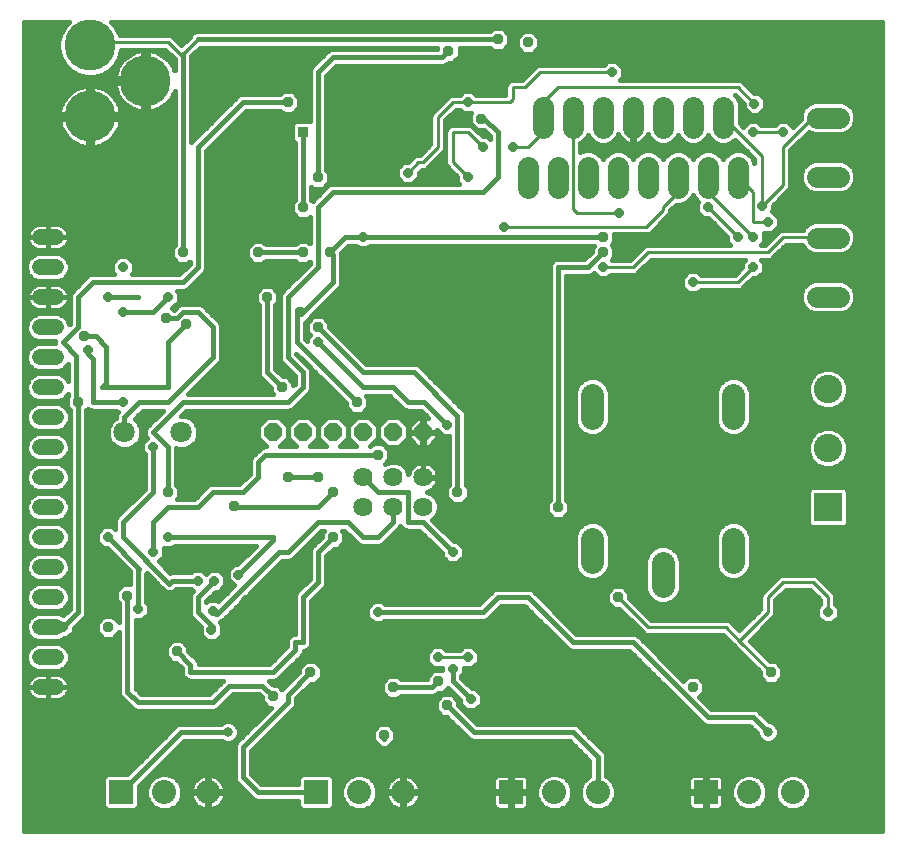
<source format=gbl>
G75*
%MOIN*%
%OFA0B0*%
%FSLAX25Y25*%
%IPPOS*%
%LPD*%
%AMOC8*
5,1,8,0,0,1.08239X$1,22.5*
%
%ADD10OC8,0.06000*%
%ADD11C,0.07087*%
%ADD12C,0.06400*%
%ADD13C,0.17000*%
%ADD14R,0.09500X0.09500*%
%ADD15C,0.09500*%
%ADD16C,0.07050*%
%ADD17C,0.07087*%
%ADD18C,0.07800*%
%ADD19R,0.08000X0.08000*%
%ADD20C,0.08000*%
%ADD21C,0.05200*%
%ADD22OC8,0.03562*%
%ADD23C,0.01600*%
%ADD24OC8,0.03200*%
%ADD25C,0.01000*%
%ADD26R,0.03562X0.03562*%
%ADD27C,0.03200*%
D10*
X0089167Y0136800D03*
X0099167Y0136800D03*
X0109167Y0136800D03*
X0119167Y0136800D03*
X0129167Y0136800D03*
X0139167Y0136800D03*
D11*
X0174167Y0218257D02*
X0174167Y0225343D01*
X0184167Y0225343D02*
X0184167Y0218257D01*
X0194167Y0218257D02*
X0194167Y0225343D01*
X0204167Y0225343D02*
X0204167Y0218257D01*
X0214167Y0218257D02*
X0214167Y0225343D01*
X0224167Y0225343D02*
X0224167Y0218257D01*
X0234167Y0218257D02*
X0234167Y0225343D01*
X0244167Y0225343D02*
X0244167Y0218257D01*
X0239167Y0238257D02*
X0239167Y0245343D01*
X0229167Y0245343D02*
X0229167Y0238257D01*
X0219167Y0238257D02*
X0219167Y0245343D01*
X0209167Y0245343D02*
X0209167Y0238257D01*
X0199167Y0238257D02*
X0199167Y0245343D01*
X0189167Y0245343D02*
X0189167Y0238257D01*
X0179167Y0238257D02*
X0179167Y0245343D01*
D12*
X0139167Y0121800D03*
X0139167Y0111800D03*
X0129167Y0111800D03*
X0129167Y0121800D03*
X0119167Y0121800D03*
X0119167Y0111800D03*
D13*
X0028167Y0242115D03*
X0046671Y0253926D03*
X0028167Y0265737D03*
D14*
X0274167Y0111800D03*
D15*
X0274167Y0131485D03*
X0274167Y0151170D03*
D16*
X0277692Y0181957D02*
X0270642Y0181957D01*
X0270642Y0201643D02*
X0277692Y0201643D01*
X0277692Y0221957D02*
X0270642Y0221957D01*
X0270642Y0241643D02*
X0277692Y0241643D01*
D17*
X0058667Y0136800D03*
X0039667Y0136800D03*
D18*
X0195667Y0141400D02*
X0195667Y0149200D01*
X0242667Y0149200D02*
X0242667Y0141400D01*
X0242667Y0101200D02*
X0242667Y0093400D01*
X0219167Y0093200D02*
X0219167Y0085400D01*
X0195667Y0093400D02*
X0195667Y0101200D01*
D19*
X0168467Y0016800D03*
X0233467Y0016800D03*
X0103467Y0016800D03*
X0038467Y0016800D03*
D20*
X0052946Y0016800D03*
X0067426Y0016800D03*
X0117946Y0016800D03*
X0132426Y0016800D03*
X0182946Y0016800D03*
X0197426Y0016800D03*
X0247946Y0016800D03*
X0262426Y0016800D03*
D21*
X0016767Y0051800D02*
X0011567Y0051800D01*
X0011567Y0061800D02*
X0016767Y0061800D01*
X0016767Y0071800D02*
X0011567Y0071800D01*
X0011567Y0081800D02*
X0016767Y0081800D01*
X0016767Y0091800D02*
X0011567Y0091800D01*
X0011567Y0101800D02*
X0016767Y0101800D01*
X0016767Y0111800D02*
X0011567Y0111800D01*
X0011567Y0121800D02*
X0016767Y0121800D01*
X0016767Y0131800D02*
X0011567Y0131800D01*
X0011567Y0141800D02*
X0016767Y0141800D01*
X0016767Y0151800D02*
X0011567Y0151800D01*
X0011567Y0161800D02*
X0016767Y0161800D01*
X0016767Y0171800D02*
X0011567Y0171800D01*
X0011567Y0181800D02*
X0016767Y0181800D01*
X0016767Y0191800D02*
X0011567Y0191800D01*
X0011567Y0201800D02*
X0016767Y0201800D01*
D22*
X0026167Y0168800D03*
X0024167Y0146800D03*
X0053667Y0174800D03*
X0060167Y0172800D03*
X0059167Y0196800D03*
X0084167Y0196800D03*
X0099167Y0196800D03*
X0108167Y0196800D03*
X0099167Y0211800D03*
X0104167Y0221800D03*
X0094167Y0246800D03*
X0147667Y0263800D03*
X0164167Y0267800D03*
X0174167Y0266800D03*
X0158667Y0241300D03*
X0199167Y0201800D03*
X0199167Y0196800D03*
X0212667Y0201800D03*
X0124167Y0129300D03*
X0109167Y0116800D03*
X0104167Y0121800D03*
X0094167Y0121800D03*
X0076167Y0112300D03*
X0054167Y0116800D03*
X0040667Y0082300D03*
X0034167Y0071800D03*
X0057167Y0063800D03*
X0089167Y0048800D03*
X0101667Y0056800D03*
X0126167Y0035800D03*
X0129167Y0051800D03*
X0144167Y0053800D03*
X0147167Y0045800D03*
X0204167Y0081800D03*
X0184167Y0111800D03*
X0150667Y0116800D03*
X0117167Y0146800D03*
X0092167Y0151800D03*
X0104167Y0171800D03*
X0098167Y0176800D03*
X0087167Y0181800D03*
X0109167Y0101800D03*
X0229167Y0051800D03*
X0255167Y0056800D03*
D23*
X0006167Y0003800D02*
X0006167Y0273501D01*
X0021081Y0273501D01*
X0019765Y0272184D01*
X0018382Y0269790D01*
X0017667Y0267119D01*
X0017667Y0264355D01*
X0018382Y0261684D01*
X0019765Y0259290D01*
X0021720Y0257335D01*
X0024114Y0255953D01*
X0026784Y0255237D01*
X0029549Y0255237D01*
X0032220Y0255953D01*
X0034614Y0257335D01*
X0036569Y0259290D01*
X0037951Y0261684D01*
X0038652Y0264300D01*
X0053131Y0264300D01*
X0056367Y0261064D01*
X0056367Y0257402D01*
X0056202Y0257874D01*
X0055700Y0258916D01*
X0055084Y0259896D01*
X0054363Y0260800D01*
X0053545Y0261618D01*
X0052640Y0262339D01*
X0051661Y0262955D01*
X0050618Y0263457D01*
X0049526Y0263839D01*
X0048399Y0264096D01*
X0047471Y0264201D01*
X0047471Y0254726D01*
X0045871Y0254726D01*
X0045871Y0264201D01*
X0044943Y0264096D01*
X0043815Y0263839D01*
X0042723Y0263457D01*
X0041680Y0262955D01*
X0040701Y0262339D01*
X0039796Y0261618D01*
X0038978Y0260800D01*
X0038257Y0259896D01*
X0037642Y0258916D01*
X0037140Y0257874D01*
X0036758Y0256782D01*
X0036500Y0255654D01*
X0036396Y0254726D01*
X0045871Y0254726D01*
X0045871Y0253126D01*
X0047471Y0253126D01*
X0047471Y0243651D01*
X0048399Y0243756D01*
X0049526Y0244013D01*
X0050618Y0244395D01*
X0051661Y0244897D01*
X0052640Y0245512D01*
X0053545Y0246234D01*
X0054363Y0247052D01*
X0055084Y0247956D01*
X0055700Y0248936D01*
X0056202Y0249978D01*
X0056367Y0250450D01*
X0056367Y0199347D01*
X0055386Y0198366D01*
X0055386Y0195234D01*
X0057600Y0193019D01*
X0060733Y0193019D01*
X0061367Y0193653D01*
X0061367Y0192960D01*
X0058007Y0189600D01*
X0042058Y0189600D01*
X0042767Y0190309D01*
X0042767Y0193291D01*
X0040658Y0195400D01*
X0037675Y0195400D01*
X0035567Y0193291D01*
X0035567Y0190309D01*
X0036276Y0189600D01*
X0028610Y0189600D01*
X0027581Y0189174D01*
X0021793Y0183386D01*
X0021367Y0182357D01*
X0021367Y0172960D01*
X0021295Y0172888D01*
X0020666Y0174406D01*
X0019372Y0175700D01*
X0017682Y0176400D01*
X0010652Y0176400D01*
X0008961Y0175700D01*
X0007667Y0174406D01*
X0006967Y0172715D01*
X0006967Y0170885D01*
X0007667Y0169194D01*
X0008961Y0167900D01*
X0010652Y0167200D01*
X0016367Y0167200D01*
X0016367Y0166400D01*
X0010652Y0166400D01*
X0008961Y0165700D01*
X0007667Y0164406D01*
X0006967Y0162715D01*
X0006967Y0160885D01*
X0007667Y0159194D01*
X0008961Y0157900D01*
X0010652Y0157200D01*
X0017682Y0157200D01*
X0019372Y0157900D01*
X0020666Y0159194D01*
X0020867Y0159678D01*
X0020867Y0153922D01*
X0020666Y0154406D01*
X0019372Y0155700D01*
X0017682Y0156400D01*
X0010652Y0156400D01*
X0008961Y0155700D01*
X0007667Y0154406D01*
X0006967Y0152715D01*
X0006967Y0150885D01*
X0007667Y0149194D01*
X0008961Y0147900D01*
X0010652Y0147200D01*
X0017682Y0147200D01*
X0019372Y0147900D01*
X0020666Y0149194D01*
X0020867Y0149678D01*
X0020867Y0148847D01*
X0020386Y0148366D01*
X0020386Y0145234D01*
X0021367Y0144253D01*
X0021367Y0077960D01*
X0019184Y0075778D01*
X0017682Y0076400D01*
X0010652Y0076400D01*
X0008961Y0075700D01*
X0007667Y0074406D01*
X0006967Y0072715D01*
X0006967Y0070885D01*
X0007667Y0069194D01*
X0008961Y0067900D01*
X0010652Y0067200D01*
X0017682Y0067200D01*
X0019372Y0067900D01*
X0019672Y0068200D01*
X0020658Y0068200D01*
X0022767Y0070309D01*
X0022767Y0071440D01*
X0025753Y0074426D01*
X0026540Y0075214D01*
X0026967Y0076243D01*
X0026967Y0144253D01*
X0027360Y0144646D01*
X0027581Y0144426D01*
X0028610Y0144000D01*
X0036875Y0144000D01*
X0037391Y0143484D01*
X0037293Y0143386D01*
X0036867Y0142357D01*
X0036867Y0141640D01*
X0036527Y0141499D01*
X0034967Y0139940D01*
X0034123Y0137903D01*
X0034123Y0135697D01*
X0034967Y0133660D01*
X0036527Y0132101D01*
X0038564Y0131257D01*
X0040769Y0131257D01*
X0042807Y0132101D01*
X0044366Y0133660D01*
X0045210Y0135697D01*
X0045210Y0137903D01*
X0044366Y0139940D01*
X0043066Y0141240D01*
X0045826Y0144000D01*
X0052407Y0144000D01*
X0046793Y0138386D01*
X0046367Y0137357D01*
X0046367Y0136243D01*
X0046793Y0135214D01*
X0047141Y0134866D01*
X0045567Y0133291D01*
X0045567Y0130309D01*
X0046367Y0129509D01*
X0046367Y0117960D01*
X0037581Y0109174D01*
X0036793Y0108386D01*
X0036367Y0107357D01*
X0036367Y0104691D01*
X0035658Y0105400D01*
X0032675Y0105400D01*
X0030567Y0103291D01*
X0030567Y0100309D01*
X0032675Y0098200D01*
X0033807Y0098200D01*
X0041367Y0090640D01*
X0041367Y0086081D01*
X0039100Y0086081D01*
X0036886Y0083866D01*
X0036886Y0080734D01*
X0037867Y0079753D01*
X0037867Y0073447D01*
X0035733Y0075581D01*
X0032600Y0075581D01*
X0030386Y0073366D01*
X0030386Y0070234D01*
X0032600Y0068019D01*
X0035733Y0068019D01*
X0037867Y0070153D01*
X0037867Y0049743D01*
X0038293Y0048714D01*
X0039081Y0047926D01*
X0041793Y0045214D01*
X0041793Y0045214D01*
X0042581Y0044426D01*
X0043610Y0044000D01*
X0069724Y0044000D01*
X0070753Y0044426D01*
X0075826Y0049500D01*
X0084507Y0049500D01*
X0085386Y0048621D01*
X0085386Y0047234D01*
X0087600Y0045019D01*
X0088426Y0045019D01*
X0077581Y0034174D01*
X0077581Y0034174D01*
X0076793Y0033386D01*
X0076367Y0032357D01*
X0076367Y0021243D01*
X0076793Y0020214D01*
X0077581Y0019426D01*
X0082581Y0014426D01*
X0083610Y0014000D01*
X0097467Y0014000D01*
X0097467Y0011972D01*
X0098638Y0010800D01*
X0108295Y0010800D01*
X0109467Y0011972D01*
X0109467Y0021628D01*
X0108295Y0022800D01*
X0098638Y0022800D01*
X0097467Y0021628D01*
X0097467Y0019600D01*
X0085326Y0019600D01*
X0081967Y0022960D01*
X0081967Y0030640D01*
X0096540Y0045214D01*
X0096967Y0046243D01*
X0096967Y0048140D01*
X0101845Y0053019D01*
X0103233Y0053019D01*
X0105448Y0055234D01*
X0105448Y0058366D01*
X0103233Y0060581D01*
X0100100Y0060581D01*
X0097886Y0058366D01*
X0097886Y0056979D01*
X0092581Y0051674D01*
X0092110Y0051204D01*
X0090733Y0052581D01*
X0089345Y0052581D01*
X0087926Y0054000D01*
X0089724Y0054000D01*
X0090753Y0054426D01*
X0099040Y0062714D01*
X0099467Y0063743D01*
X0099467Y0064000D01*
X0099724Y0064000D01*
X0100753Y0064426D01*
X0101540Y0065214D01*
X0101967Y0066243D01*
X0101967Y0080640D01*
X0106540Y0085214D01*
X0106967Y0086243D01*
X0106967Y0095640D01*
X0109345Y0098019D01*
X0110733Y0098019D01*
X0112948Y0100234D01*
X0112948Y0103366D01*
X0112314Y0104000D01*
X0113007Y0104000D01*
X0116793Y0100214D01*
X0117581Y0099426D01*
X0118610Y0099000D01*
X0124724Y0099000D01*
X0125753Y0099426D01*
X0130753Y0104426D01*
X0131540Y0105214D01*
X0131667Y0105519D01*
X0131793Y0105214D01*
X0132581Y0104426D01*
X0133610Y0104000D01*
X0138007Y0104000D01*
X0145567Y0096440D01*
X0145567Y0095309D01*
X0147675Y0093200D01*
X0150658Y0093200D01*
X0152767Y0095309D01*
X0152767Y0098291D01*
X0150658Y0100400D01*
X0149526Y0100400D01*
X0142323Y0107603D01*
X0143575Y0108854D01*
X0144367Y0110766D01*
X0144367Y0112834D01*
X0143575Y0114746D01*
X0142112Y0116208D01*
X0140365Y0116932D01*
X0141086Y0117166D01*
X0141787Y0117524D01*
X0142424Y0117986D01*
X0142980Y0118543D01*
X0143443Y0119179D01*
X0143800Y0119881D01*
X0144044Y0120629D01*
X0144167Y0121406D01*
X0144167Y0121714D01*
X0139253Y0121714D01*
X0139253Y0121886D01*
X0144167Y0121886D01*
X0144167Y0122194D01*
X0144044Y0122971D01*
X0143800Y0123719D01*
X0143443Y0124421D01*
X0142980Y0125057D01*
X0142424Y0125614D01*
X0141787Y0126076D01*
X0141086Y0126434D01*
X0140337Y0126677D01*
X0139560Y0126800D01*
X0139252Y0126800D01*
X0139252Y0121886D01*
X0139081Y0121886D01*
X0139081Y0126800D01*
X0138773Y0126800D01*
X0137996Y0126677D01*
X0137247Y0126434D01*
X0136546Y0126076D01*
X0135909Y0125614D01*
X0135353Y0125057D01*
X0134890Y0124421D01*
X0134533Y0123719D01*
X0134299Y0122998D01*
X0133575Y0124746D01*
X0132112Y0126208D01*
X0130201Y0127000D01*
X0128132Y0127000D01*
X0126565Y0126351D01*
X0127948Y0127734D01*
X0127948Y0130866D01*
X0125733Y0133081D01*
X0122600Y0133081D01*
X0121619Y0132100D01*
X0121538Y0132100D01*
X0124167Y0134729D01*
X0127096Y0131800D01*
X0131238Y0131800D01*
X0134167Y0134729D01*
X0134167Y0138871D01*
X0131238Y0141800D01*
X0127096Y0141800D01*
X0124167Y0138871D01*
X0124167Y0134729D01*
X0124167Y0138871D01*
X0121238Y0141800D01*
X0117096Y0141800D01*
X0114167Y0138871D01*
X0114167Y0134729D01*
X0116796Y0132100D01*
X0111538Y0132100D01*
X0114167Y0134729D01*
X0114167Y0138871D01*
X0111238Y0141800D01*
X0107096Y0141800D01*
X0104167Y0138871D01*
X0104167Y0134729D01*
X0106796Y0132100D01*
X0101538Y0132100D01*
X0104167Y0134729D01*
X0104167Y0138871D01*
X0101238Y0141800D01*
X0097096Y0141800D01*
X0094167Y0138871D01*
X0094167Y0134729D01*
X0096796Y0132100D01*
X0091538Y0132100D01*
X0094167Y0134729D01*
X0094167Y0138871D01*
X0091238Y0141800D01*
X0087096Y0141800D01*
X0084167Y0138871D01*
X0084167Y0134729D01*
X0086796Y0132100D01*
X0086110Y0132100D01*
X0085081Y0131674D01*
X0082581Y0129174D01*
X0081793Y0128386D01*
X0081367Y0127357D01*
X0081367Y0122960D01*
X0078007Y0119600D01*
X0068610Y0119600D01*
X0067581Y0119174D01*
X0063007Y0114600D01*
X0057314Y0114600D01*
X0057948Y0115234D01*
X0057948Y0118366D01*
X0056967Y0119347D01*
X0056967Y0131504D01*
X0057564Y0131257D01*
X0059769Y0131257D01*
X0061807Y0132101D01*
X0063366Y0133660D01*
X0064210Y0135697D01*
X0064210Y0137903D01*
X0063366Y0139940D01*
X0061807Y0141499D01*
X0059769Y0142343D01*
X0058670Y0142343D01*
X0060326Y0144000D01*
X0094724Y0144000D01*
X0095753Y0144426D01*
X0101540Y0150214D01*
X0101967Y0151243D01*
X0101967Y0157357D01*
X0101540Y0158386D01*
X0100753Y0159174D01*
X0096967Y0162960D01*
X0096967Y0163040D01*
X0113386Y0146621D01*
X0113386Y0145234D01*
X0115600Y0143019D01*
X0118733Y0143019D01*
X0120948Y0145234D01*
X0120948Y0148366D01*
X0120314Y0149000D01*
X0128007Y0149000D01*
X0131793Y0145214D01*
X0132581Y0144426D01*
X0133610Y0144000D01*
X0138507Y0144000D01*
X0140907Y0141600D01*
X0139367Y0141600D01*
X0139367Y0137000D01*
X0143967Y0137000D01*
X0143967Y0137409D01*
X0145675Y0135700D01*
X0147867Y0135700D01*
X0147867Y0119347D01*
X0146886Y0118366D01*
X0146886Y0115234D01*
X0149100Y0113019D01*
X0152233Y0113019D01*
X0154448Y0115234D01*
X0154448Y0118366D01*
X0153467Y0119347D01*
X0153467Y0142857D01*
X0153040Y0143886D01*
X0137753Y0159174D01*
X0136724Y0159600D01*
X0120326Y0159600D01*
X0107948Y0171979D01*
X0107948Y0173366D01*
X0105733Y0175581D01*
X0102600Y0175581D01*
X0100386Y0173366D01*
X0100386Y0170234D01*
X0101447Y0169172D01*
X0100567Y0168291D01*
X0100567Y0167360D01*
X0099967Y0167960D01*
X0099967Y0173253D01*
X0101948Y0175234D01*
X0101948Y0175621D01*
X0110753Y0184426D01*
X0111540Y0185214D01*
X0111967Y0186243D01*
X0111967Y0196357D01*
X0111948Y0196403D01*
X0111948Y0196621D01*
X0114326Y0199000D01*
X0116875Y0199000D01*
X0117675Y0198200D01*
X0120658Y0198200D01*
X0121458Y0199000D01*
X0196019Y0199000D01*
X0195386Y0198366D01*
X0195386Y0196979D01*
X0193007Y0194600D01*
X0183610Y0194600D01*
X0182581Y0194174D01*
X0181793Y0193386D01*
X0181367Y0192357D01*
X0181367Y0114347D01*
X0180386Y0113366D01*
X0180386Y0110234D01*
X0182600Y0108019D01*
X0185733Y0108019D01*
X0187948Y0110234D01*
X0187948Y0113366D01*
X0186967Y0114347D01*
X0186967Y0189000D01*
X0194724Y0189000D01*
X0195753Y0189426D01*
X0196101Y0189775D01*
X0197675Y0188200D01*
X0200658Y0188200D01*
X0201758Y0189300D01*
X0209664Y0189300D01*
X0210583Y0189681D01*
X0211286Y0190384D01*
X0215202Y0194300D01*
X0246576Y0194300D01*
X0245567Y0193291D01*
X0245567Y0191736D01*
X0243131Y0189300D01*
X0231758Y0189300D01*
X0230658Y0190400D01*
X0227675Y0190400D01*
X0225567Y0188291D01*
X0225567Y0185309D01*
X0227675Y0183200D01*
X0230658Y0183200D01*
X0231758Y0184300D01*
X0244664Y0184300D01*
X0245583Y0184681D01*
X0246286Y0185384D01*
X0249102Y0188200D01*
X0250658Y0188200D01*
X0252767Y0190309D01*
X0252767Y0193291D01*
X0251758Y0194300D01*
X0254664Y0194300D01*
X0255583Y0194681D01*
X0256286Y0195384D01*
X0260202Y0199300D01*
X0265632Y0199300D01*
X0265958Y0198513D01*
X0267512Y0196959D01*
X0269543Y0196118D01*
X0278791Y0196118D01*
X0280821Y0196959D01*
X0282376Y0198513D01*
X0283217Y0200544D01*
X0283217Y0202742D01*
X0282376Y0204772D01*
X0280821Y0206326D01*
X0278791Y0207168D01*
X0269543Y0207168D01*
X0267512Y0206326D01*
X0265958Y0204772D01*
X0265762Y0204300D01*
X0258669Y0204300D01*
X0257751Y0203919D01*
X0253131Y0199300D01*
X0251758Y0199300D01*
X0252767Y0200309D01*
X0252767Y0203200D01*
X0255658Y0203200D01*
X0257767Y0205309D01*
X0257767Y0208291D01*
X0255658Y0210400D01*
X0255358Y0210400D01*
X0255767Y0210809D01*
X0255767Y0212364D01*
X0260583Y0217181D01*
X0261286Y0217884D01*
X0261667Y0218803D01*
X0261667Y0230764D01*
X0267759Y0236856D01*
X0269543Y0236118D01*
X0278791Y0236118D01*
X0280821Y0236959D01*
X0282376Y0238513D01*
X0283217Y0240544D01*
X0283217Y0242742D01*
X0282376Y0244772D01*
X0280821Y0246326D01*
X0278791Y0247168D01*
X0269543Y0247168D01*
X0267512Y0246326D01*
X0265958Y0244772D01*
X0265117Y0242742D01*
X0265117Y0241286D01*
X0262444Y0238613D01*
X0260658Y0240400D01*
X0257675Y0240400D01*
X0256575Y0239300D01*
X0251758Y0239300D01*
X0250658Y0240400D01*
X0247675Y0240400D01*
X0245889Y0238613D01*
X0244710Y0239792D01*
X0244710Y0246446D01*
X0243866Y0248483D01*
X0243049Y0249300D01*
X0243131Y0249300D01*
X0246067Y0246364D01*
X0246067Y0244809D01*
X0248175Y0242700D01*
X0251158Y0242700D01*
X0253267Y0244809D01*
X0253267Y0247791D01*
X0251158Y0249900D01*
X0249602Y0249900D01*
X0245583Y0253919D01*
X0244664Y0254300D01*
X0204758Y0254300D01*
X0205767Y0255309D01*
X0205767Y0258291D01*
X0203658Y0260400D01*
X0200675Y0260400D01*
X0199576Y0259300D01*
X0177669Y0259300D01*
X0176751Y0258919D01*
X0172131Y0254300D01*
X0168669Y0254300D01*
X0167751Y0253919D01*
X0167047Y0253216D01*
X0166667Y0252297D01*
X0166667Y0249300D01*
X0156758Y0249300D01*
X0155658Y0250400D01*
X0152675Y0250400D01*
X0151575Y0249300D01*
X0148669Y0249300D01*
X0147751Y0248919D01*
X0142751Y0243919D01*
X0142047Y0243216D01*
X0141667Y0242297D01*
X0141667Y0232836D01*
X0138131Y0229300D01*
X0137169Y0229300D01*
X0136251Y0228919D01*
X0134231Y0226900D01*
X0132675Y0226900D01*
X0130567Y0224791D01*
X0130567Y0221809D01*
X0132675Y0219700D01*
X0135658Y0219700D01*
X0137767Y0221809D01*
X0137767Y0223364D01*
X0138702Y0224300D01*
X0139664Y0224300D01*
X0140583Y0224681D01*
X0141286Y0225384D01*
X0146286Y0230384D01*
X0146667Y0231303D01*
X0146667Y0240764D01*
X0150202Y0244300D01*
X0151575Y0244300D01*
X0152675Y0243200D01*
X0155219Y0243200D01*
X0154886Y0242866D01*
X0154886Y0239734D01*
X0157100Y0237519D01*
X0159488Y0237519D01*
X0161367Y0235640D01*
X0161367Y0234691D01*
X0160658Y0235400D01*
X0159102Y0235400D01*
X0156286Y0238216D01*
X0156286Y0238216D01*
X0155583Y0238919D01*
X0154664Y0239300D01*
X0148669Y0239300D01*
X0147751Y0238919D01*
X0147047Y0238216D01*
X0146667Y0237297D01*
X0146667Y0226303D01*
X0147047Y0225384D01*
X0147751Y0224681D01*
X0150567Y0221864D01*
X0150567Y0220309D01*
X0151276Y0219600D01*
X0108610Y0219600D01*
X0107581Y0219174D01*
X0102581Y0214174D01*
X0102360Y0213954D01*
X0101967Y0214347D01*
X0101967Y0218653D01*
X0102600Y0218019D01*
X0105733Y0218019D01*
X0107948Y0220234D01*
X0107948Y0223366D01*
X0106967Y0224347D01*
X0106967Y0255640D01*
X0110326Y0259000D01*
X0146224Y0259000D01*
X0147253Y0259426D01*
X0147845Y0260019D01*
X0149233Y0260019D01*
X0151448Y0262234D01*
X0151448Y0265000D01*
X0161619Y0265000D01*
X0162600Y0264019D01*
X0165733Y0264019D01*
X0167948Y0266234D01*
X0167948Y0269366D01*
X0165733Y0271581D01*
X0162600Y0271581D01*
X0161619Y0270600D01*
X0063610Y0270600D01*
X0062581Y0270174D01*
X0061793Y0269386D01*
X0061493Y0268662D01*
X0058667Y0265836D01*
X0056286Y0268216D01*
X0055583Y0268919D01*
X0054664Y0269300D01*
X0038082Y0269300D01*
X0037951Y0269790D01*
X0036569Y0272184D01*
X0035252Y0273501D01*
X0292088Y0273501D01*
X0292088Y0003800D01*
X0006167Y0003800D01*
X0006167Y0004997D02*
X0292088Y0004997D01*
X0292088Y0006596D02*
X0006167Y0006596D01*
X0006167Y0008194D02*
X0292088Y0008194D01*
X0292088Y0009793D02*
X0006167Y0009793D01*
X0006167Y0011391D02*
X0033047Y0011391D01*
X0032467Y0011972D02*
X0033638Y0010800D01*
X0043295Y0010800D01*
X0044467Y0011972D01*
X0044467Y0018840D01*
X0059626Y0034000D01*
X0071875Y0034000D01*
X0072127Y0033748D01*
X0073451Y0033200D01*
X0074883Y0033200D01*
X0076206Y0033748D01*
X0077219Y0034761D01*
X0077767Y0036084D01*
X0077767Y0037516D01*
X0077219Y0038839D01*
X0076206Y0039852D01*
X0074883Y0040400D01*
X0073451Y0040400D01*
X0072127Y0039852D01*
X0071875Y0039600D01*
X0057910Y0039600D01*
X0056881Y0039174D01*
X0040507Y0022800D01*
X0033638Y0022800D01*
X0032467Y0021628D01*
X0032467Y0011972D01*
X0032467Y0012990D02*
X0006167Y0012990D01*
X0006167Y0014588D02*
X0032467Y0014588D01*
X0032467Y0016187D02*
X0006167Y0016187D01*
X0006167Y0017785D02*
X0032467Y0017785D01*
X0032467Y0019384D02*
X0006167Y0019384D01*
X0006167Y0020982D02*
X0032467Y0020982D01*
X0033419Y0022581D02*
X0006167Y0022581D01*
X0006167Y0024179D02*
X0041886Y0024179D01*
X0043485Y0025778D02*
X0006167Y0025778D01*
X0006167Y0027376D02*
X0045083Y0027376D01*
X0046682Y0028975D02*
X0006167Y0028975D01*
X0006167Y0030573D02*
X0048280Y0030573D01*
X0049879Y0032172D02*
X0006167Y0032172D01*
X0006167Y0033770D02*
X0051477Y0033770D01*
X0053076Y0035369D02*
X0006167Y0035369D01*
X0006167Y0036967D02*
X0054674Y0036967D01*
X0056273Y0038566D02*
X0006167Y0038566D01*
X0006167Y0040164D02*
X0072882Y0040164D01*
X0075452Y0040164D02*
X0083571Y0040164D01*
X0081973Y0038566D02*
X0077332Y0038566D01*
X0077767Y0036967D02*
X0080374Y0036967D01*
X0078776Y0035369D02*
X0077470Y0035369D01*
X0077177Y0033770D02*
X0076228Y0033770D01*
X0076367Y0032172D02*
X0057798Y0032172D01*
X0059397Y0033770D02*
X0072105Y0033770D01*
X0074167Y0036800D02*
X0058467Y0036800D01*
X0038467Y0016800D01*
X0043886Y0011391D02*
X0050326Y0011391D01*
X0049547Y0011713D02*
X0051753Y0010800D01*
X0054140Y0010800D01*
X0056345Y0011713D01*
X0058033Y0013401D01*
X0058946Y0015607D01*
X0058946Y0017993D01*
X0058033Y0020199D01*
X0056345Y0021887D01*
X0054140Y0022800D01*
X0051753Y0022800D01*
X0049547Y0021887D01*
X0047860Y0020199D01*
X0046946Y0017993D01*
X0046946Y0015607D01*
X0047860Y0013401D01*
X0049547Y0011713D01*
X0048271Y0012990D02*
X0044467Y0012990D01*
X0044467Y0014588D02*
X0047368Y0014588D01*
X0046946Y0016187D02*
X0044467Y0016187D01*
X0044467Y0017785D02*
X0046946Y0017785D01*
X0047522Y0019384D02*
X0045010Y0019384D01*
X0046609Y0020982D02*
X0048643Y0020982D01*
X0048207Y0022581D02*
X0051223Y0022581D01*
X0049806Y0024179D02*
X0076367Y0024179D01*
X0076367Y0022581D02*
X0068004Y0022581D01*
X0067882Y0022600D02*
X0067807Y0022600D01*
X0067807Y0017181D01*
X0073226Y0017181D01*
X0073226Y0017256D01*
X0073083Y0018158D01*
X0072801Y0019026D01*
X0072386Y0019840D01*
X0071850Y0020578D01*
X0071204Y0021224D01*
X0070466Y0021761D01*
X0069652Y0022175D01*
X0068784Y0022457D01*
X0067882Y0022600D01*
X0067807Y0022581D02*
X0067045Y0022581D01*
X0067045Y0022600D02*
X0066969Y0022600D01*
X0066068Y0022457D01*
X0065199Y0022175D01*
X0064386Y0021761D01*
X0063647Y0021224D01*
X0063002Y0020578D01*
X0062465Y0019840D01*
X0062051Y0019026D01*
X0061769Y0018158D01*
X0061626Y0017256D01*
X0061626Y0017181D01*
X0067045Y0017181D01*
X0067045Y0022600D01*
X0066847Y0022581D02*
X0054669Y0022581D01*
X0057249Y0020982D02*
X0063405Y0020982D01*
X0062233Y0019384D02*
X0058370Y0019384D01*
X0058946Y0017785D02*
X0061709Y0017785D01*
X0061626Y0016419D02*
X0061626Y0016344D01*
X0061769Y0015442D01*
X0062051Y0014574D01*
X0062465Y0013760D01*
X0063002Y0013022D01*
X0063647Y0012376D01*
X0064386Y0011839D01*
X0065199Y0011425D01*
X0066068Y0011143D01*
X0066969Y0011000D01*
X0067045Y0011000D01*
X0067045Y0016419D01*
X0067807Y0016419D01*
X0067807Y0017181D01*
X0067045Y0017181D01*
X0067045Y0016419D01*
X0061626Y0016419D01*
X0061651Y0016187D02*
X0058946Y0016187D01*
X0058524Y0014588D02*
X0062046Y0014588D01*
X0063034Y0012990D02*
X0057621Y0012990D01*
X0055567Y0011391D02*
X0065303Y0011391D01*
X0067045Y0011391D02*
X0067807Y0011391D01*
X0067807Y0011000D02*
X0067882Y0011000D01*
X0068784Y0011143D01*
X0069652Y0011425D01*
X0070466Y0011839D01*
X0071204Y0012376D01*
X0071850Y0013022D01*
X0072386Y0013760D01*
X0072801Y0014574D01*
X0073083Y0015442D01*
X0073226Y0016344D01*
X0073226Y0016419D01*
X0067807Y0016419D01*
X0067807Y0011000D01*
X0069548Y0011391D02*
X0098047Y0011391D01*
X0097467Y0012990D02*
X0071818Y0012990D01*
X0072805Y0014588D02*
X0082419Y0014588D01*
X0080820Y0016187D02*
X0073201Y0016187D01*
X0073142Y0017785D02*
X0079222Y0017785D01*
X0077623Y0019384D02*
X0072619Y0019384D01*
X0071446Y0020982D02*
X0076475Y0020982D01*
X0079167Y0021800D02*
X0079167Y0031800D01*
X0094167Y0046800D01*
X0094167Y0049300D01*
X0101667Y0056800D01*
X0104468Y0059346D02*
X0141529Y0059346D01*
X0140567Y0060309D02*
X0142675Y0058200D01*
X0145567Y0058200D01*
X0145567Y0057581D01*
X0142600Y0057581D01*
X0140386Y0055366D01*
X0140386Y0054600D01*
X0131714Y0054600D01*
X0130733Y0055581D01*
X0127600Y0055581D01*
X0125386Y0053366D01*
X0125386Y0050234D01*
X0127600Y0048019D01*
X0130733Y0048019D01*
X0131714Y0049000D01*
X0142724Y0049000D01*
X0143753Y0049426D01*
X0144345Y0050019D01*
X0145733Y0050019D01*
X0147360Y0051646D01*
X0147581Y0051426D01*
X0151567Y0047440D01*
X0151567Y0046309D01*
X0153675Y0044200D01*
X0156658Y0044200D01*
X0158767Y0046309D01*
X0158767Y0049291D01*
X0156658Y0051400D01*
X0155526Y0051400D01*
X0151967Y0054960D01*
X0151967Y0055509D01*
X0152767Y0056309D01*
X0152767Y0058200D01*
X0155658Y0058200D01*
X0157767Y0060309D01*
X0157767Y0063291D01*
X0155658Y0065400D01*
X0152675Y0065400D01*
X0151575Y0064300D01*
X0146758Y0064300D01*
X0145658Y0065400D01*
X0142675Y0065400D01*
X0140567Y0063291D01*
X0140567Y0060309D01*
X0140567Y0060945D02*
X0097271Y0060945D01*
X0098866Y0059346D02*
X0095673Y0059346D01*
X0094074Y0057748D02*
X0097886Y0057748D01*
X0097056Y0056149D02*
X0092476Y0056149D01*
X0090877Y0054551D02*
X0095458Y0054551D01*
X0093859Y0052952D02*
X0088974Y0052952D01*
X0091960Y0051354D02*
X0092261Y0051354D01*
X0089167Y0048800D02*
X0085667Y0052300D01*
X0074667Y0052300D01*
X0069167Y0046800D01*
X0044167Y0046800D01*
X0040667Y0050300D01*
X0040667Y0082300D01*
X0037942Y0084923D02*
X0026967Y0084923D01*
X0026967Y0086521D02*
X0041367Y0086521D01*
X0041367Y0088120D02*
X0026967Y0088120D01*
X0026967Y0089718D02*
X0041367Y0089718D01*
X0040690Y0091317D02*
X0026967Y0091317D01*
X0026967Y0092915D02*
X0039092Y0092915D01*
X0037493Y0094514D02*
X0026967Y0094514D01*
X0026967Y0096112D02*
X0035895Y0096112D01*
X0034296Y0097711D02*
X0026967Y0097711D01*
X0026967Y0099309D02*
X0031566Y0099309D01*
X0030567Y0100908D02*
X0026967Y0100908D01*
X0026967Y0102506D02*
X0030567Y0102506D01*
X0031380Y0104105D02*
X0026967Y0104105D01*
X0026967Y0105703D02*
X0036367Y0105703D01*
X0036367Y0107302D02*
X0026967Y0107302D01*
X0026967Y0108900D02*
X0037307Y0108900D01*
X0038906Y0110499D02*
X0026967Y0110499D01*
X0026967Y0112097D02*
X0040504Y0112097D01*
X0042103Y0113696D02*
X0026967Y0113696D01*
X0026967Y0115294D02*
X0043701Y0115294D01*
X0045300Y0116893D02*
X0026967Y0116893D01*
X0026967Y0118491D02*
X0046367Y0118491D01*
X0046367Y0120090D02*
X0026967Y0120090D01*
X0026967Y0121688D02*
X0046367Y0121688D01*
X0046367Y0123287D02*
X0026967Y0123287D01*
X0026967Y0124885D02*
X0046367Y0124885D01*
X0046367Y0126484D02*
X0026967Y0126484D01*
X0026967Y0128082D02*
X0046367Y0128082D01*
X0046195Y0129681D02*
X0026967Y0129681D01*
X0026967Y0131279D02*
X0038509Y0131279D01*
X0040824Y0131279D02*
X0045567Y0131279D01*
X0045567Y0132878D02*
X0043584Y0132878D01*
X0044704Y0134476D02*
X0046752Y0134476D01*
X0046436Y0136075D02*
X0045210Y0136075D01*
X0045210Y0137673D02*
X0046498Y0137673D01*
X0047679Y0139272D02*
X0044643Y0139272D01*
X0043436Y0140870D02*
X0049277Y0140870D01*
X0050876Y0142469D02*
X0044295Y0142469D01*
X0044667Y0146800D02*
X0039667Y0141800D01*
X0039667Y0136800D01*
X0035898Y0140870D02*
X0026967Y0140870D01*
X0026967Y0139272D02*
X0034691Y0139272D01*
X0034123Y0137673D02*
X0026967Y0137673D01*
X0026967Y0136075D02*
X0034123Y0136075D01*
X0034629Y0134476D02*
X0026967Y0134476D01*
X0026967Y0132878D02*
X0035749Y0132878D01*
X0036913Y0142469D02*
X0026967Y0142469D01*
X0026967Y0144068D02*
X0028447Y0144068D01*
X0029167Y0146800D02*
X0029167Y0161300D01*
X0027667Y0162800D01*
X0027667Y0164300D01*
X0023667Y0162300D02*
X0023667Y0147300D01*
X0024167Y0146800D01*
X0024167Y0076800D01*
X0019167Y0071800D01*
X0021395Y0068937D02*
X0031682Y0068937D01*
X0030386Y0070536D02*
X0022767Y0070536D01*
X0023461Y0072134D02*
X0030386Y0072134D01*
X0030752Y0073733D02*
X0025059Y0073733D01*
X0026589Y0075332D02*
X0032351Y0075332D01*
X0026967Y0076930D02*
X0037867Y0076930D01*
X0037867Y0075332D02*
X0035982Y0075332D01*
X0037581Y0073733D02*
X0037867Y0073733D01*
X0037867Y0068937D02*
X0036651Y0068937D01*
X0037867Y0067339D02*
X0018017Y0067339D01*
X0017682Y0066400D02*
X0010652Y0066400D01*
X0008961Y0065700D01*
X0007667Y0064406D01*
X0006967Y0062715D01*
X0006967Y0060885D01*
X0007667Y0059194D01*
X0008961Y0057900D01*
X0010652Y0057200D01*
X0017682Y0057200D01*
X0019372Y0057900D01*
X0020666Y0059194D01*
X0021367Y0060885D01*
X0021367Y0062715D01*
X0020666Y0064406D01*
X0019372Y0065700D01*
X0017682Y0066400D01*
X0019274Y0065740D02*
X0037867Y0065740D01*
X0037867Y0064142D02*
X0020776Y0064142D01*
X0021367Y0062543D02*
X0037867Y0062543D01*
X0037867Y0060945D02*
X0021367Y0060945D01*
X0020729Y0059346D02*
X0037867Y0059346D01*
X0037867Y0057748D02*
X0019004Y0057748D01*
X0018456Y0055878D02*
X0017797Y0056092D01*
X0017113Y0056200D01*
X0014167Y0056200D01*
X0014167Y0051800D01*
X0021167Y0051800D01*
X0021167Y0052146D01*
X0021058Y0052830D01*
X0020844Y0053489D01*
X0020530Y0054106D01*
X0020123Y0054666D01*
X0019633Y0055156D01*
X0019073Y0055563D01*
X0018456Y0055878D01*
X0017432Y0056149D02*
X0037867Y0056149D01*
X0037867Y0054551D02*
X0020207Y0054551D01*
X0021019Y0052952D02*
X0037867Y0052952D01*
X0037867Y0051354D02*
X0021151Y0051354D01*
X0021167Y0051454D02*
X0021167Y0051800D01*
X0014167Y0051800D01*
X0014167Y0051800D01*
X0014167Y0051800D01*
X0014167Y0047400D01*
X0017113Y0047400D01*
X0017797Y0047508D01*
X0018456Y0047722D01*
X0019073Y0048037D01*
X0019633Y0048444D01*
X0020123Y0048934D01*
X0020530Y0049494D01*
X0020844Y0050111D01*
X0021058Y0050770D01*
X0021167Y0051454D01*
X0020663Y0049755D02*
X0037867Y0049755D01*
X0038850Y0048157D02*
X0019238Y0048157D01*
X0014167Y0048157D02*
X0014167Y0048157D01*
X0014167Y0047400D02*
X0014167Y0051800D01*
X0014167Y0051800D01*
X0014167Y0056200D01*
X0011220Y0056200D01*
X0010536Y0056092D01*
X0009878Y0055878D01*
X0009261Y0055563D01*
X0008700Y0055156D01*
X0008211Y0054666D01*
X0007803Y0054106D01*
X0007489Y0053489D01*
X0007275Y0052830D01*
X0007167Y0052146D01*
X0007167Y0051800D01*
X0007167Y0051454D01*
X0007275Y0050770D01*
X0007489Y0050111D01*
X0007803Y0049494D01*
X0008211Y0048934D01*
X0008700Y0048444D01*
X0009261Y0048037D01*
X0009878Y0047722D01*
X0010536Y0047508D01*
X0011220Y0047400D01*
X0014167Y0047400D01*
X0014167Y0049755D02*
X0014167Y0049755D01*
X0014167Y0051354D02*
X0014167Y0051354D01*
X0014167Y0051800D02*
X0007167Y0051800D01*
X0014167Y0051800D01*
X0014167Y0051800D01*
X0014167Y0052952D02*
X0014167Y0052952D01*
X0014167Y0054551D02*
X0014167Y0054551D01*
X0014167Y0056149D02*
X0014167Y0056149D01*
X0010901Y0056149D02*
X0006167Y0056149D01*
X0006167Y0054551D02*
X0008127Y0054551D01*
X0007315Y0052952D02*
X0006167Y0052952D01*
X0006167Y0051354D02*
X0007182Y0051354D01*
X0007670Y0049755D02*
X0006167Y0049755D01*
X0006167Y0048157D02*
X0009095Y0048157D01*
X0006167Y0046558D02*
X0040449Y0046558D01*
X0039081Y0047926D02*
X0039081Y0047926D01*
X0042047Y0044960D02*
X0006167Y0044960D01*
X0006167Y0043361D02*
X0086768Y0043361D01*
X0085170Y0041763D02*
X0006167Y0041763D01*
X0006167Y0057748D02*
X0009329Y0057748D01*
X0007604Y0059346D02*
X0006167Y0059346D01*
X0006167Y0060945D02*
X0006967Y0060945D01*
X0006967Y0062543D02*
X0006167Y0062543D01*
X0006167Y0064142D02*
X0007558Y0064142D01*
X0006167Y0065740D02*
X0009059Y0065740D01*
X0010316Y0067339D02*
X0006167Y0067339D01*
X0006167Y0068937D02*
X0007924Y0068937D01*
X0007111Y0070536D02*
X0006167Y0070536D01*
X0006167Y0072134D02*
X0006967Y0072134D01*
X0007388Y0073733D02*
X0006167Y0073733D01*
X0006167Y0075332D02*
X0008593Y0075332D01*
X0008961Y0077900D02*
X0007667Y0079194D01*
X0006967Y0080885D01*
X0006967Y0082715D01*
X0007667Y0084406D01*
X0008961Y0085700D01*
X0010652Y0086400D01*
X0017682Y0086400D01*
X0019372Y0085700D01*
X0020666Y0084406D01*
X0021367Y0082715D01*
X0021367Y0080885D01*
X0020666Y0079194D01*
X0019372Y0077900D01*
X0017682Y0077200D01*
X0010652Y0077200D01*
X0008961Y0077900D01*
X0008333Y0078529D02*
X0006167Y0078529D01*
X0006167Y0080127D02*
X0007281Y0080127D01*
X0006967Y0081726D02*
X0006167Y0081726D01*
X0006167Y0083324D02*
X0007219Y0083324D01*
X0008184Y0084923D02*
X0006167Y0084923D01*
X0006167Y0086521D02*
X0021367Y0086521D01*
X0021367Y0084923D02*
X0020149Y0084923D01*
X0021114Y0083324D02*
X0021367Y0083324D01*
X0021367Y0081726D02*
X0021367Y0081726D01*
X0021367Y0080127D02*
X0021053Y0080127D01*
X0021367Y0078529D02*
X0020001Y0078529D01*
X0020337Y0076930D02*
X0006167Y0076930D01*
X0006167Y0088120D02*
X0008742Y0088120D01*
X0008961Y0087900D02*
X0007667Y0089194D01*
X0006967Y0090885D01*
X0006967Y0092715D01*
X0007667Y0094406D01*
X0008961Y0095700D01*
X0010652Y0096400D01*
X0017682Y0096400D01*
X0019372Y0095700D01*
X0020666Y0094406D01*
X0021367Y0092715D01*
X0021367Y0090885D01*
X0020666Y0089194D01*
X0019372Y0087900D01*
X0017682Y0087200D01*
X0010652Y0087200D01*
X0008961Y0087900D01*
X0007450Y0089718D02*
X0006167Y0089718D01*
X0006167Y0091317D02*
X0006967Y0091317D01*
X0007050Y0092915D02*
X0006167Y0092915D01*
X0006167Y0094514D02*
X0007775Y0094514D01*
X0006167Y0096112D02*
X0009957Y0096112D01*
X0010652Y0097200D02*
X0008961Y0097900D01*
X0007667Y0099194D01*
X0006967Y0100885D01*
X0006967Y0102715D01*
X0007667Y0104406D01*
X0008961Y0105700D01*
X0010652Y0106400D01*
X0017682Y0106400D01*
X0019372Y0105700D01*
X0020666Y0104406D01*
X0021367Y0102715D01*
X0021367Y0100885D01*
X0020666Y0099194D01*
X0019372Y0097900D01*
X0017682Y0097200D01*
X0010652Y0097200D01*
X0009419Y0097711D02*
X0006167Y0097711D01*
X0006167Y0099309D02*
X0007619Y0099309D01*
X0006967Y0100908D02*
X0006167Y0100908D01*
X0006167Y0102506D02*
X0006967Y0102506D01*
X0007542Y0104105D02*
X0006167Y0104105D01*
X0006167Y0105703D02*
X0008970Y0105703D01*
X0010406Y0107302D02*
X0006167Y0107302D01*
X0006167Y0108900D02*
X0007961Y0108900D01*
X0007667Y0109194D02*
X0008961Y0107900D01*
X0010652Y0107200D01*
X0017682Y0107200D01*
X0019372Y0107900D01*
X0020666Y0109194D01*
X0021367Y0110885D01*
X0021367Y0112715D01*
X0020666Y0114406D01*
X0019372Y0115700D01*
X0017682Y0116400D01*
X0010652Y0116400D01*
X0008961Y0115700D01*
X0007667Y0114406D01*
X0006967Y0112715D01*
X0006967Y0110885D01*
X0007667Y0109194D01*
X0007127Y0110499D02*
X0006167Y0110499D01*
X0006167Y0112097D02*
X0006967Y0112097D01*
X0007373Y0113696D02*
X0006167Y0113696D01*
X0006167Y0115294D02*
X0008556Y0115294D01*
X0008961Y0117900D02*
X0007667Y0119194D01*
X0006967Y0120885D01*
X0006967Y0122715D01*
X0007667Y0124406D01*
X0008961Y0125700D01*
X0010652Y0126400D01*
X0017682Y0126400D01*
X0019372Y0125700D01*
X0020666Y0124406D01*
X0021367Y0122715D01*
X0021367Y0120885D01*
X0020666Y0119194D01*
X0019372Y0117900D01*
X0017682Y0117200D01*
X0010652Y0117200D01*
X0008961Y0117900D01*
X0008370Y0118491D02*
X0006167Y0118491D01*
X0006167Y0116893D02*
X0021367Y0116893D01*
X0021367Y0118491D02*
X0019963Y0118491D01*
X0021037Y0120090D02*
X0021367Y0120090D01*
X0021367Y0121688D02*
X0021367Y0121688D01*
X0021367Y0123287D02*
X0021130Y0123287D01*
X0021367Y0124885D02*
X0020187Y0124885D01*
X0021367Y0126484D02*
X0006167Y0126484D01*
X0006167Y0128082D02*
X0008779Y0128082D01*
X0008961Y0127900D02*
X0007667Y0129194D01*
X0006967Y0130885D01*
X0006967Y0132715D01*
X0007667Y0134406D01*
X0008961Y0135700D01*
X0010652Y0136400D01*
X0017682Y0136400D01*
X0019372Y0135700D01*
X0020666Y0134406D01*
X0021367Y0132715D01*
X0021367Y0130885D01*
X0020666Y0129194D01*
X0019372Y0127900D01*
X0017682Y0127200D01*
X0010652Y0127200D01*
X0008961Y0127900D01*
X0007465Y0129681D02*
X0006167Y0129681D01*
X0006167Y0131279D02*
X0006967Y0131279D01*
X0007034Y0132878D02*
X0006167Y0132878D01*
X0006167Y0134476D02*
X0007738Y0134476D01*
X0006167Y0136075D02*
X0009867Y0136075D01*
X0010652Y0137200D02*
X0008961Y0137900D01*
X0007667Y0139194D01*
X0006967Y0140885D01*
X0006967Y0142715D01*
X0007667Y0144406D01*
X0008961Y0145700D01*
X0010652Y0146400D01*
X0017682Y0146400D01*
X0019372Y0145700D01*
X0020666Y0144406D01*
X0021367Y0142715D01*
X0021367Y0140885D01*
X0020666Y0139194D01*
X0019372Y0137900D01*
X0017682Y0137200D01*
X0010652Y0137200D01*
X0009509Y0137673D02*
X0006167Y0137673D01*
X0006167Y0139272D02*
X0007635Y0139272D01*
X0006973Y0140870D02*
X0006167Y0140870D01*
X0006167Y0142469D02*
X0006967Y0142469D01*
X0007527Y0144068D02*
X0006167Y0144068D01*
X0006167Y0145666D02*
X0008927Y0145666D01*
X0010496Y0147265D02*
X0006167Y0147265D01*
X0006167Y0148863D02*
X0007998Y0148863D01*
X0007142Y0150462D02*
X0006167Y0150462D01*
X0006167Y0152060D02*
X0006967Y0152060D01*
X0007358Y0153659D02*
X0006167Y0153659D01*
X0006167Y0155257D02*
X0008518Y0155257D01*
X0006167Y0156856D02*
X0020867Y0156856D01*
X0020867Y0158454D02*
X0019926Y0158454D01*
X0019815Y0155257D02*
X0020867Y0155257D01*
X0020867Y0148863D02*
X0020335Y0148863D01*
X0020386Y0147265D02*
X0017837Y0147265D01*
X0019406Y0145666D02*
X0020386Y0145666D01*
X0020806Y0144068D02*
X0021367Y0144068D01*
X0021367Y0142469D02*
X0021367Y0142469D01*
X0021361Y0140870D02*
X0021367Y0140870D01*
X0021367Y0139272D02*
X0020698Y0139272D01*
X0021367Y0137673D02*
X0018825Y0137673D01*
X0018466Y0136075D02*
X0021367Y0136075D01*
X0021367Y0134476D02*
X0020596Y0134476D01*
X0021299Y0132878D02*
X0021367Y0132878D01*
X0021367Y0131279D02*
X0021367Y0131279D01*
X0021367Y0129681D02*
X0020868Y0129681D01*
X0021367Y0128082D02*
X0019554Y0128082D01*
X0008147Y0124885D02*
X0006167Y0124885D01*
X0006167Y0123287D02*
X0007204Y0123287D01*
X0006967Y0121688D02*
X0006167Y0121688D01*
X0006167Y0120090D02*
X0007296Y0120090D01*
X0019778Y0115294D02*
X0021367Y0115294D01*
X0021367Y0113696D02*
X0020960Y0113696D01*
X0021367Y0112097D02*
X0021367Y0112097D01*
X0021367Y0110499D02*
X0021207Y0110499D01*
X0021367Y0108900D02*
X0020372Y0108900D01*
X0021367Y0107302D02*
X0017927Y0107302D01*
X0019364Y0105703D02*
X0021367Y0105703D01*
X0021367Y0104105D02*
X0020791Y0104105D01*
X0021367Y0102506D02*
X0021367Y0102506D01*
X0021367Y0100908D02*
X0021367Y0100908D01*
X0021367Y0099309D02*
X0020714Y0099309D01*
X0021367Y0097711D02*
X0018915Y0097711D01*
X0018377Y0096112D02*
X0021367Y0096112D01*
X0021367Y0094514D02*
X0020558Y0094514D01*
X0021284Y0092915D02*
X0021367Y0092915D01*
X0021367Y0091317D02*
X0021367Y0091317D01*
X0021367Y0089718D02*
X0020883Y0089718D01*
X0021367Y0088120D02*
X0019592Y0088120D01*
X0026967Y0083324D02*
X0036886Y0083324D01*
X0036886Y0081726D02*
X0026967Y0081726D01*
X0026967Y0080127D02*
X0037492Y0080127D01*
X0037867Y0078529D02*
X0026967Y0078529D01*
X0043467Y0074200D02*
X0045658Y0074200D01*
X0047767Y0076309D01*
X0047767Y0079291D01*
X0046967Y0080091D01*
X0046967Y0089640D01*
X0047040Y0089714D01*
X0047114Y0089893D01*
X0052293Y0084714D01*
X0052293Y0084714D01*
X0053081Y0083926D01*
X0054110Y0083500D01*
X0055224Y0083500D01*
X0056253Y0083926D01*
X0056826Y0084500D01*
X0061876Y0084500D01*
X0062391Y0083984D01*
X0061793Y0083386D01*
X0061367Y0082357D01*
X0061367Y0076243D01*
X0061793Y0075214D01*
X0062581Y0074426D01*
X0065067Y0071940D01*
X0065067Y0069309D01*
X0067175Y0067200D01*
X0070158Y0067200D01*
X0072267Y0069309D01*
X0072267Y0072291D01*
X0071801Y0072757D01*
X0071540Y0073386D01*
X0071367Y0073559D01*
X0072253Y0073926D01*
X0073040Y0074714D01*
X0092326Y0094000D01*
X0094724Y0094000D01*
X0095753Y0094426D01*
X0096540Y0095214D01*
X0105326Y0104000D01*
X0106019Y0104000D01*
X0105386Y0103366D01*
X0105386Y0101979D01*
X0102581Y0099174D01*
X0101793Y0098386D01*
X0101367Y0097357D01*
X0101367Y0087960D01*
X0097581Y0084174D01*
X0096793Y0083386D01*
X0096367Y0082357D01*
X0096367Y0069600D01*
X0096110Y0069600D01*
X0095081Y0069174D01*
X0094293Y0068386D01*
X0093867Y0067357D01*
X0093867Y0065460D01*
X0088007Y0059600D01*
X0064467Y0059600D01*
X0064467Y0059857D01*
X0064040Y0060886D01*
X0060948Y0063979D01*
X0060948Y0065366D01*
X0058733Y0067581D01*
X0055600Y0067581D01*
X0053386Y0065366D01*
X0053386Y0062234D01*
X0055600Y0060019D01*
X0056988Y0060019D01*
X0058867Y0058140D01*
X0058867Y0056243D01*
X0059293Y0055214D01*
X0060081Y0054426D01*
X0061110Y0054000D01*
X0072407Y0054000D01*
X0072293Y0053886D01*
X0068007Y0049600D01*
X0045326Y0049600D01*
X0043467Y0051460D01*
X0043467Y0074200D01*
X0043467Y0073733D02*
X0063274Y0073733D01*
X0062581Y0074426D02*
X0062581Y0074426D01*
X0061744Y0075332D02*
X0046789Y0075332D01*
X0047767Y0076930D02*
X0061367Y0076930D01*
X0061367Y0078529D02*
X0047767Y0078529D01*
X0046967Y0080127D02*
X0061367Y0080127D01*
X0061367Y0081726D02*
X0046967Y0081726D01*
X0046967Y0083324D02*
X0061767Y0083324D01*
X0064167Y0081800D02*
X0064167Y0076800D01*
X0069167Y0071800D01*
X0068667Y0071300D01*
X0068667Y0070800D01*
X0072267Y0070536D02*
X0096367Y0070536D01*
X0096367Y0072134D02*
X0072267Y0072134D01*
X0071786Y0073733D02*
X0096367Y0073733D01*
X0096367Y0075332D02*
X0073658Y0075332D01*
X0075256Y0076930D02*
X0096367Y0076930D01*
X0096367Y0078529D02*
X0076855Y0078529D01*
X0078454Y0080127D02*
X0096367Y0080127D01*
X0096367Y0081726D02*
X0080052Y0081726D01*
X0081651Y0083324D02*
X0096767Y0083324D01*
X0098329Y0084923D02*
X0083249Y0084923D01*
X0084848Y0086521D02*
X0099928Y0086521D01*
X0101367Y0088120D02*
X0086446Y0088120D01*
X0088045Y0089718D02*
X0101367Y0089718D01*
X0101367Y0091317D02*
X0089643Y0091317D01*
X0091242Y0092915D02*
X0101367Y0092915D01*
X0101367Y0094514D02*
X0095840Y0094514D01*
X0096540Y0095214D02*
X0096540Y0095214D01*
X0097439Y0096112D02*
X0101367Y0096112D01*
X0101513Y0097711D02*
X0099037Y0097711D01*
X0100636Y0099309D02*
X0102716Y0099309D01*
X0102234Y0100908D02*
X0104315Y0100908D01*
X0103833Y0102506D02*
X0105386Y0102506D01*
X0109167Y0101800D02*
X0104167Y0096800D01*
X0104167Y0086800D01*
X0099167Y0081800D01*
X0099167Y0066800D01*
X0096667Y0066800D01*
X0096667Y0064300D01*
X0089167Y0056800D01*
X0061667Y0056800D01*
X0061667Y0059300D01*
X0057167Y0063800D01*
X0054674Y0060945D02*
X0043467Y0060945D01*
X0043467Y0062543D02*
X0053386Y0062543D01*
X0053386Y0064142D02*
X0043467Y0064142D01*
X0043467Y0065740D02*
X0053760Y0065740D01*
X0055358Y0067339D02*
X0043467Y0067339D01*
X0043467Y0068937D02*
X0065438Y0068937D01*
X0065067Y0070536D02*
X0043467Y0070536D01*
X0043467Y0072134D02*
X0064872Y0072134D01*
X0067037Y0067339D02*
X0058975Y0067339D01*
X0060573Y0065740D02*
X0093867Y0065740D01*
X0093867Y0067339D02*
X0070297Y0067339D01*
X0071895Y0068937D02*
X0094844Y0068937D01*
X0092549Y0064142D02*
X0060948Y0064142D01*
X0062383Y0062543D02*
X0090950Y0062543D01*
X0089352Y0060945D02*
X0063982Y0060945D01*
X0058867Y0057748D02*
X0043467Y0057748D01*
X0043467Y0059346D02*
X0057660Y0059346D01*
X0058905Y0056149D02*
X0043467Y0056149D01*
X0043467Y0054551D02*
X0059956Y0054551D01*
X0068162Y0049755D02*
X0045171Y0049755D01*
X0043573Y0051354D02*
X0069761Y0051354D01*
X0071359Y0052952D02*
X0043467Y0052952D01*
X0044167Y0077800D02*
X0044167Y0090800D01*
X0044667Y0091300D01*
X0034167Y0101800D01*
X0039167Y0101800D02*
X0039167Y0106800D01*
X0049167Y0116800D01*
X0049167Y0131800D01*
X0049167Y0136800D02*
X0054167Y0131800D01*
X0054167Y0116800D01*
X0057948Y0116893D02*
X0065300Y0116893D01*
X0066898Y0118491D02*
X0057823Y0118491D01*
X0056967Y0120090D02*
X0078497Y0120090D01*
X0080095Y0121688D02*
X0056967Y0121688D01*
X0056967Y0123287D02*
X0081367Y0123287D01*
X0081367Y0124885D02*
X0056967Y0124885D01*
X0056967Y0126484D02*
X0081367Y0126484D01*
X0081667Y0128082D02*
X0056967Y0128082D01*
X0056967Y0129681D02*
X0083088Y0129681D01*
X0084686Y0131279D02*
X0059824Y0131279D01*
X0057509Y0131279D02*
X0056967Y0131279D01*
X0062584Y0132878D02*
X0086018Y0132878D01*
X0084419Y0134476D02*
X0063704Y0134476D01*
X0064210Y0136075D02*
X0084167Y0136075D01*
X0084167Y0137673D02*
X0064210Y0137673D01*
X0063643Y0139272D02*
X0084568Y0139272D01*
X0086166Y0140870D02*
X0062436Y0140870D01*
X0058795Y0142469D02*
X0140038Y0142469D01*
X0138967Y0141600D02*
X0137178Y0141600D01*
X0134367Y0138788D01*
X0134367Y0137000D01*
X0138967Y0137000D01*
X0138967Y0141600D01*
X0138967Y0140870D02*
X0139367Y0140870D01*
X0139367Y0139272D02*
X0138967Y0139272D01*
X0138967Y0137673D02*
X0139367Y0137673D01*
X0139367Y0137000D02*
X0138967Y0137000D01*
X0138967Y0136600D01*
X0139367Y0136600D01*
X0139367Y0137000D01*
X0139367Y0136600D02*
X0143967Y0136600D01*
X0143967Y0134812D01*
X0141155Y0132000D01*
X0139367Y0132000D01*
X0139367Y0136600D01*
X0138967Y0136600D02*
X0138967Y0132000D01*
X0137178Y0132000D01*
X0134367Y0134812D01*
X0134367Y0136600D01*
X0138967Y0136600D01*
X0138967Y0136075D02*
X0139367Y0136075D01*
X0139367Y0134476D02*
X0138967Y0134476D01*
X0138967Y0132878D02*
X0139367Y0132878D01*
X0142033Y0132878D02*
X0147867Y0132878D01*
X0147867Y0134476D02*
X0143631Y0134476D01*
X0143967Y0136075D02*
X0145301Y0136075D01*
X0147867Y0131279D02*
X0127535Y0131279D01*
X0127948Y0129681D02*
X0147867Y0129681D01*
X0147867Y0128082D02*
X0127948Y0128082D01*
X0126886Y0126484D02*
X0126698Y0126484D01*
X0124167Y0129300D02*
X0086667Y0129300D01*
X0084167Y0126800D01*
X0084167Y0121800D01*
X0079167Y0116800D01*
X0069167Y0116800D01*
X0064167Y0111800D01*
X0054167Y0111800D01*
X0049167Y0106800D01*
X0049167Y0096800D01*
X0051971Y0094514D02*
X0078921Y0094514D01*
X0080519Y0096112D02*
X0052767Y0096112D01*
X0052767Y0095309D02*
X0052767Y0098200D01*
X0055658Y0098200D01*
X0056458Y0099000D01*
X0083407Y0099000D01*
X0077307Y0092900D01*
X0076175Y0092900D01*
X0074067Y0090791D01*
X0074067Y0087809D01*
X0076141Y0085734D01*
X0070982Y0080575D01*
X0070658Y0080900D01*
X0067675Y0080900D01*
X0066967Y0080191D01*
X0066967Y0080640D01*
X0070026Y0083700D01*
X0071158Y0083700D01*
X0073267Y0085809D01*
X0073267Y0088791D01*
X0071158Y0090900D01*
X0068175Y0090900D01*
X0066917Y0089641D01*
X0065658Y0090900D01*
X0062675Y0090900D01*
X0061876Y0090100D01*
X0055110Y0090100D01*
X0054909Y0090017D01*
X0051192Y0093734D01*
X0052767Y0095309D01*
X0052767Y0097711D02*
X0082118Y0097711D01*
X0077322Y0092915D02*
X0052011Y0092915D01*
X0053610Y0091317D02*
X0074592Y0091317D01*
X0074067Y0089718D02*
X0072340Y0089718D01*
X0073267Y0088120D02*
X0074067Y0088120D01*
X0073267Y0086521D02*
X0075354Y0086521D01*
X0075329Y0084923D02*
X0072380Y0084923D01*
X0073731Y0083324D02*
X0069651Y0083324D01*
X0068052Y0081726D02*
X0072132Y0081726D01*
X0069167Y0077300D02*
X0070167Y0076300D01*
X0070667Y0076300D01*
X0091167Y0096800D01*
X0094167Y0096800D01*
X0104167Y0106800D01*
X0114167Y0106800D01*
X0119167Y0101800D01*
X0124167Y0101800D01*
X0129167Y0106800D01*
X0129167Y0111800D01*
X0134167Y0106800D02*
X0134167Y0116800D01*
X0124167Y0116800D01*
X0119167Y0121800D01*
X0109167Y0116800D02*
X0104167Y0111800D01*
X0076667Y0111800D01*
X0076167Y0112300D01*
X0063701Y0115294D02*
X0057948Y0115294D01*
X0054167Y0101800D02*
X0089167Y0101800D01*
X0089167Y0100800D01*
X0077667Y0089300D01*
X0069667Y0087300D02*
X0064167Y0081800D01*
X0064167Y0087300D02*
X0055667Y0087300D01*
X0054667Y0086300D01*
X0039167Y0101800D01*
X0047042Y0089718D02*
X0047289Y0089718D01*
X0046967Y0088120D02*
X0048887Y0088120D01*
X0050486Y0086521D02*
X0046967Y0086521D01*
X0046967Y0084923D02*
X0052084Y0084923D01*
X0066840Y0089718D02*
X0066994Y0089718D01*
X0100066Y0064142D02*
X0141417Y0064142D01*
X0140567Y0062543D02*
X0098870Y0062543D01*
X0101758Y0065740D02*
X0186266Y0065740D01*
X0187581Y0064426D02*
X0188610Y0064000D01*
X0189724Y0064000D01*
X0208007Y0064000D01*
X0231793Y0040214D01*
X0232581Y0039426D01*
X0233610Y0039000D01*
X0248007Y0039000D01*
X0250567Y0036440D01*
X0250567Y0036084D01*
X0251115Y0034761D01*
X0252127Y0033748D01*
X0253451Y0033200D01*
X0254883Y0033200D01*
X0256206Y0033748D01*
X0257219Y0034761D01*
X0257767Y0036084D01*
X0257767Y0037516D01*
X0257219Y0038839D01*
X0256206Y0039852D01*
X0254883Y0040400D01*
X0254526Y0040400D01*
X0251540Y0043386D01*
X0250753Y0044174D01*
X0249724Y0044600D01*
X0235326Y0044600D01*
X0231320Y0048606D01*
X0232948Y0050234D01*
X0232948Y0053366D01*
X0230733Y0055581D01*
X0227600Y0055581D01*
X0225973Y0053954D01*
X0210753Y0069174D01*
X0209724Y0069600D01*
X0190326Y0069600D01*
X0176540Y0083386D01*
X0175753Y0084174D01*
X0174724Y0084600D01*
X0163610Y0084600D01*
X0162581Y0084174D01*
X0158007Y0079600D01*
X0126458Y0079600D01*
X0125658Y0080400D01*
X0122675Y0080400D01*
X0120567Y0078291D01*
X0120567Y0075309D01*
X0122675Y0073200D01*
X0125658Y0073200D01*
X0126458Y0074000D01*
X0159724Y0074000D01*
X0160753Y0074426D01*
X0161540Y0075214D01*
X0165326Y0079000D01*
X0173007Y0079000D01*
X0187581Y0064426D01*
X0188267Y0064142D02*
X0156916Y0064142D01*
X0157767Y0062543D02*
X0209463Y0062543D01*
X0211062Y0060945D02*
X0157767Y0060945D01*
X0156804Y0059346D02*
X0212660Y0059346D01*
X0214259Y0057748D02*
X0152767Y0057748D01*
X0152607Y0056149D02*
X0215857Y0056149D01*
X0217456Y0054551D02*
X0152376Y0054551D01*
X0153974Y0052952D02*
X0219054Y0052952D01*
X0220653Y0051354D02*
X0156704Y0051354D01*
X0158302Y0049755D02*
X0222252Y0049755D01*
X0223850Y0048157D02*
X0158767Y0048157D01*
X0158767Y0046558D02*
X0225449Y0046558D01*
X0227047Y0044960D02*
X0157418Y0044960D01*
X0155167Y0047800D02*
X0149167Y0053800D01*
X0149167Y0057800D01*
X0145567Y0057748D02*
X0105448Y0057748D01*
X0105448Y0056149D02*
X0141169Y0056149D01*
X0144167Y0053800D02*
X0142167Y0051800D01*
X0129167Y0051800D01*
X0126570Y0054551D02*
X0104765Y0054551D01*
X0101779Y0052952D02*
X0125386Y0052952D01*
X0125386Y0051354D02*
X0100180Y0051354D01*
X0098582Y0049755D02*
X0125864Y0049755D01*
X0127463Y0048157D02*
X0096983Y0048157D01*
X0096967Y0046558D02*
X0143386Y0046558D01*
X0143386Y0047366D02*
X0143386Y0044234D01*
X0145600Y0042019D01*
X0146988Y0042019D01*
X0153793Y0035214D01*
X0154581Y0034426D01*
X0155610Y0034000D01*
X0188007Y0034000D01*
X0194626Y0027381D01*
X0194626Y0022135D01*
X0194027Y0021887D01*
X0192339Y0020199D01*
X0191426Y0017993D01*
X0191426Y0015607D01*
X0192339Y0013401D01*
X0194027Y0011713D01*
X0196232Y0010800D01*
X0198619Y0010800D01*
X0200824Y0011713D01*
X0202512Y0013401D01*
X0203426Y0015607D01*
X0203426Y0017993D01*
X0202512Y0020199D01*
X0200824Y0021887D01*
X0200226Y0022135D01*
X0200226Y0029098D01*
X0199799Y0030127D01*
X0199012Y0030915D01*
X0190753Y0039174D01*
X0189724Y0039600D01*
X0157326Y0039600D01*
X0150948Y0045979D01*
X0150948Y0047366D01*
X0148733Y0049581D01*
X0145600Y0049581D01*
X0143386Y0047366D01*
X0144176Y0048157D02*
X0130871Y0048157D01*
X0127733Y0039581D02*
X0124600Y0039581D01*
X0122386Y0037366D01*
X0122386Y0034234D01*
X0123789Y0032831D01*
X0123793Y0032820D01*
X0124581Y0032033D01*
X0124591Y0032028D01*
X0124600Y0032019D01*
X0124614Y0032019D01*
X0125610Y0031606D01*
X0126724Y0031606D01*
X0127720Y0032019D01*
X0127733Y0032019D01*
X0127742Y0032028D01*
X0127753Y0032033D01*
X0128540Y0032820D01*
X0128545Y0032831D01*
X0129948Y0034234D01*
X0129948Y0037366D01*
X0127733Y0039581D01*
X0128748Y0038566D02*
X0150441Y0038566D01*
X0148843Y0040164D02*
X0091491Y0040164D01*
X0093089Y0041763D02*
X0147244Y0041763D01*
X0144258Y0043361D02*
X0094688Y0043361D01*
X0096286Y0044960D02*
X0143386Y0044960D01*
X0147167Y0045800D02*
X0156167Y0036800D01*
X0189167Y0036800D01*
X0197426Y0028541D01*
X0197426Y0016800D01*
X0193123Y0020982D02*
X0187249Y0020982D01*
X0188033Y0020199D02*
X0186345Y0021887D01*
X0184140Y0022800D01*
X0181753Y0022800D01*
X0179547Y0021887D01*
X0177860Y0020199D01*
X0176946Y0017993D01*
X0176946Y0015607D01*
X0177860Y0013401D01*
X0179547Y0011713D01*
X0181753Y0010800D01*
X0184140Y0010800D01*
X0186345Y0011713D01*
X0188033Y0013401D01*
X0188946Y0015607D01*
X0188946Y0017993D01*
X0188033Y0020199D01*
X0188370Y0019384D02*
X0192002Y0019384D01*
X0191426Y0017785D02*
X0188946Y0017785D01*
X0188946Y0016187D02*
X0191426Y0016187D01*
X0191848Y0014588D02*
X0188524Y0014588D01*
X0187621Y0012990D02*
X0192751Y0012990D01*
X0194805Y0011391D02*
X0185567Y0011391D01*
X0180326Y0011391D02*
X0173603Y0011391D01*
X0173572Y0011360D02*
X0173907Y0011695D01*
X0174144Y0012105D01*
X0174267Y0012563D01*
X0174267Y0016419D01*
X0168848Y0016419D01*
X0168848Y0017181D01*
X0174267Y0017181D01*
X0174267Y0021037D01*
X0174144Y0021495D01*
X0173907Y0021905D01*
X0173572Y0022240D01*
X0173161Y0022477D01*
X0172704Y0022600D01*
X0168848Y0022600D01*
X0168848Y0017181D01*
X0168086Y0017181D01*
X0168086Y0022600D01*
X0164230Y0022600D01*
X0163772Y0022477D01*
X0163361Y0022240D01*
X0163026Y0021905D01*
X0162789Y0021495D01*
X0162667Y0021037D01*
X0162667Y0017181D01*
X0168085Y0017181D01*
X0168085Y0016419D01*
X0162667Y0016419D01*
X0162667Y0012563D01*
X0162789Y0012105D01*
X0163026Y0011695D01*
X0163361Y0011360D01*
X0163772Y0011123D01*
X0164230Y0011000D01*
X0168086Y0011000D01*
X0168086Y0016419D01*
X0168848Y0016419D01*
X0168848Y0011000D01*
X0172704Y0011000D01*
X0173161Y0011123D01*
X0173572Y0011360D01*
X0174267Y0012990D02*
X0178271Y0012990D01*
X0177368Y0014588D02*
X0174267Y0014588D01*
X0174267Y0016187D02*
X0176946Y0016187D01*
X0176946Y0017785D02*
X0174267Y0017785D01*
X0174267Y0019384D02*
X0177522Y0019384D01*
X0178643Y0020982D02*
X0174267Y0020982D01*
X0172776Y0022581D02*
X0181223Y0022581D01*
X0184669Y0022581D02*
X0194626Y0022581D01*
X0194626Y0024179D02*
X0081967Y0024179D01*
X0081967Y0025778D02*
X0194626Y0025778D01*
X0194626Y0027376D02*
X0081967Y0027376D01*
X0081967Y0028975D02*
X0193032Y0028975D01*
X0191434Y0030573D02*
X0081967Y0030573D01*
X0083498Y0032172D02*
X0124441Y0032172D01*
X0122849Y0033770D02*
X0085097Y0033770D01*
X0086695Y0035369D02*
X0122386Y0035369D01*
X0122386Y0036967D02*
X0088294Y0036967D01*
X0089892Y0038566D02*
X0123585Y0038566D01*
X0126167Y0035800D02*
X0126167Y0034406D01*
X0127892Y0032172D02*
X0189835Y0032172D01*
X0188237Y0033770D02*
X0129484Y0033770D01*
X0129948Y0035369D02*
X0153638Y0035369D01*
X0152040Y0036967D02*
X0129948Y0036967D01*
X0131969Y0022600D02*
X0131068Y0022457D01*
X0130199Y0022175D01*
X0129386Y0021761D01*
X0128647Y0021224D01*
X0128002Y0020578D01*
X0127465Y0019840D01*
X0127051Y0019026D01*
X0126769Y0018158D01*
X0126626Y0017256D01*
X0126626Y0017181D01*
X0132045Y0017181D01*
X0132045Y0022600D01*
X0131969Y0022600D01*
X0132045Y0022581D02*
X0132807Y0022581D01*
X0132807Y0022600D02*
X0132882Y0022600D01*
X0133784Y0022457D01*
X0134652Y0022175D01*
X0135466Y0021761D01*
X0136204Y0021224D01*
X0136850Y0020578D01*
X0137386Y0019840D01*
X0137801Y0019026D01*
X0138083Y0018158D01*
X0138226Y0017256D01*
X0138226Y0017181D01*
X0132807Y0017181D01*
X0132807Y0016419D01*
X0138226Y0016419D01*
X0138226Y0016344D01*
X0138083Y0015442D01*
X0137801Y0014574D01*
X0137386Y0013760D01*
X0136850Y0013022D01*
X0136204Y0012376D01*
X0135466Y0011839D01*
X0134652Y0011425D01*
X0133784Y0011143D01*
X0132882Y0011000D01*
X0132807Y0011000D01*
X0132807Y0016419D01*
X0132045Y0016419D01*
X0132045Y0011000D01*
X0131969Y0011000D01*
X0131068Y0011143D01*
X0130199Y0011425D01*
X0129386Y0011839D01*
X0128647Y0012376D01*
X0128002Y0013022D01*
X0127465Y0013760D01*
X0127051Y0014574D01*
X0126769Y0015442D01*
X0126626Y0016344D01*
X0126626Y0016419D01*
X0132045Y0016419D01*
X0132045Y0017181D01*
X0132807Y0017181D01*
X0132807Y0022600D01*
X0133004Y0022581D02*
X0164157Y0022581D01*
X0162667Y0020982D02*
X0136446Y0020982D01*
X0137619Y0019384D02*
X0162667Y0019384D01*
X0162667Y0017785D02*
X0138142Y0017785D01*
X0138201Y0016187D02*
X0162667Y0016187D01*
X0162667Y0014588D02*
X0137805Y0014588D01*
X0136818Y0012990D02*
X0162667Y0012990D01*
X0163330Y0011391D02*
X0134548Y0011391D01*
X0132807Y0011391D02*
X0132045Y0011391D01*
X0132045Y0012990D02*
X0132807Y0012990D01*
X0132807Y0014588D02*
X0132045Y0014588D01*
X0132045Y0016187D02*
X0132807Y0016187D01*
X0132807Y0017785D02*
X0132045Y0017785D01*
X0132045Y0019384D02*
X0132807Y0019384D01*
X0132807Y0020982D02*
X0132045Y0020982D01*
X0131847Y0022581D02*
X0119669Y0022581D01*
X0119140Y0022800D02*
X0116753Y0022800D01*
X0114547Y0021887D01*
X0112860Y0020199D01*
X0111946Y0017993D01*
X0111946Y0015607D01*
X0112860Y0013401D01*
X0114547Y0011713D01*
X0116753Y0010800D01*
X0119140Y0010800D01*
X0121345Y0011713D01*
X0123033Y0013401D01*
X0123946Y0015607D01*
X0123946Y0017993D01*
X0123033Y0020199D01*
X0121345Y0021887D01*
X0119140Y0022800D01*
X0116223Y0022581D02*
X0108514Y0022581D01*
X0109467Y0020982D02*
X0113643Y0020982D01*
X0112522Y0019384D02*
X0109467Y0019384D01*
X0109467Y0017785D02*
X0111946Y0017785D01*
X0111946Y0016187D02*
X0109467Y0016187D01*
X0109467Y0014588D02*
X0112368Y0014588D01*
X0113271Y0012990D02*
X0109467Y0012990D01*
X0108886Y0011391D02*
X0115326Y0011391D01*
X0120567Y0011391D02*
X0130303Y0011391D01*
X0128034Y0012990D02*
X0122621Y0012990D01*
X0123524Y0014588D02*
X0127046Y0014588D01*
X0126651Y0016187D02*
X0123946Y0016187D01*
X0123946Y0017785D02*
X0126709Y0017785D01*
X0127233Y0019384D02*
X0123370Y0019384D01*
X0122249Y0020982D02*
X0128405Y0020982D01*
X0153565Y0043361D02*
X0228646Y0043361D01*
X0230244Y0041763D02*
X0155164Y0041763D01*
X0156762Y0040164D02*
X0231843Y0040164D01*
X0234167Y0041800D02*
X0249167Y0041800D01*
X0254167Y0036800D01*
X0257470Y0035369D02*
X0292088Y0035369D01*
X0292088Y0036967D02*
X0257767Y0036967D01*
X0257332Y0038566D02*
X0292088Y0038566D01*
X0292088Y0040164D02*
X0255452Y0040164D01*
X0253164Y0041763D02*
X0292088Y0041763D01*
X0292088Y0043361D02*
X0251565Y0043361D01*
X0248441Y0038566D02*
X0191361Y0038566D01*
X0192959Y0036967D02*
X0250040Y0036967D01*
X0250863Y0035369D02*
X0194558Y0035369D01*
X0196156Y0033770D02*
X0252105Y0033770D01*
X0256228Y0033770D02*
X0292088Y0033770D01*
X0292088Y0032172D02*
X0197755Y0032172D01*
X0199353Y0030573D02*
X0292088Y0030573D01*
X0292088Y0028975D02*
X0200226Y0028975D01*
X0200226Y0027376D02*
X0292088Y0027376D01*
X0292088Y0025778D02*
X0200226Y0025778D01*
X0200226Y0024179D02*
X0292088Y0024179D01*
X0292088Y0022581D02*
X0264149Y0022581D01*
X0263619Y0022800D02*
X0261232Y0022800D01*
X0259027Y0021887D01*
X0257339Y0020199D01*
X0256426Y0017993D01*
X0256426Y0015607D01*
X0257339Y0013401D01*
X0259027Y0011713D01*
X0261232Y0010800D01*
X0263619Y0010800D01*
X0265824Y0011713D01*
X0267512Y0013401D01*
X0268426Y0015607D01*
X0268426Y0017993D01*
X0267512Y0020199D01*
X0265824Y0021887D01*
X0263619Y0022800D01*
X0260703Y0022581D02*
X0249669Y0022581D01*
X0249140Y0022800D02*
X0246753Y0022800D01*
X0244547Y0021887D01*
X0242860Y0020199D01*
X0241946Y0017993D01*
X0241946Y0015607D01*
X0242860Y0013401D01*
X0244547Y0011713D01*
X0246753Y0010800D01*
X0249140Y0010800D01*
X0251345Y0011713D01*
X0253033Y0013401D01*
X0253946Y0015607D01*
X0253946Y0017993D01*
X0253033Y0020199D01*
X0251345Y0021887D01*
X0249140Y0022800D01*
X0246223Y0022581D02*
X0237776Y0022581D01*
X0237704Y0022600D02*
X0233848Y0022600D01*
X0233848Y0017181D01*
X0239267Y0017181D01*
X0239267Y0021037D01*
X0239144Y0021495D01*
X0238907Y0021905D01*
X0238572Y0022240D01*
X0238161Y0022477D01*
X0237704Y0022600D01*
X0239267Y0020982D02*
X0243643Y0020982D01*
X0242522Y0019384D02*
X0239267Y0019384D01*
X0239267Y0017785D02*
X0241946Y0017785D01*
X0241946Y0016187D02*
X0239267Y0016187D01*
X0239267Y0016419D02*
X0233848Y0016419D01*
X0233848Y0017181D01*
X0233086Y0017181D01*
X0233086Y0022600D01*
X0229230Y0022600D01*
X0228772Y0022477D01*
X0228361Y0022240D01*
X0228026Y0021905D01*
X0227789Y0021495D01*
X0227667Y0021037D01*
X0227667Y0017181D01*
X0233085Y0017181D01*
X0233085Y0016419D01*
X0227667Y0016419D01*
X0227667Y0012563D01*
X0227789Y0012105D01*
X0228026Y0011695D01*
X0228361Y0011360D01*
X0228772Y0011123D01*
X0229230Y0011000D01*
X0233086Y0011000D01*
X0233086Y0016419D01*
X0233848Y0016419D01*
X0233848Y0011000D01*
X0237704Y0011000D01*
X0238161Y0011123D01*
X0238572Y0011360D01*
X0238907Y0011695D01*
X0239144Y0012105D01*
X0239267Y0012563D01*
X0239267Y0016419D01*
X0239267Y0014588D02*
X0242368Y0014588D01*
X0243271Y0012990D02*
X0239267Y0012990D01*
X0238603Y0011391D02*
X0245326Y0011391D01*
X0250567Y0011391D02*
X0259805Y0011391D01*
X0257751Y0012990D02*
X0252621Y0012990D01*
X0253524Y0014588D02*
X0256848Y0014588D01*
X0256426Y0016187D02*
X0253946Y0016187D01*
X0253946Y0017785D02*
X0256426Y0017785D01*
X0257002Y0019384D02*
X0253370Y0019384D01*
X0252249Y0020982D02*
X0258123Y0020982D01*
X0266729Y0020982D02*
X0292088Y0020982D01*
X0292088Y0019384D02*
X0267850Y0019384D01*
X0268426Y0017785D02*
X0292088Y0017785D01*
X0292088Y0016187D02*
X0268426Y0016187D01*
X0268004Y0014588D02*
X0292088Y0014588D01*
X0292088Y0012990D02*
X0267101Y0012990D01*
X0265046Y0011391D02*
X0292088Y0011391D01*
X0292088Y0044960D02*
X0234967Y0044960D01*
X0233368Y0046558D02*
X0292088Y0046558D01*
X0292088Y0048157D02*
X0231770Y0048157D01*
X0232469Y0049755D02*
X0292088Y0049755D01*
X0292088Y0051354D02*
X0232948Y0051354D01*
X0232948Y0052952D02*
X0292088Y0052952D01*
X0292088Y0054551D02*
X0258265Y0054551D01*
X0258948Y0055234D02*
X0258948Y0058366D01*
X0256733Y0060581D01*
X0254921Y0060581D01*
X0248202Y0067300D01*
X0256286Y0075384D01*
X0256667Y0076303D01*
X0256667Y0080764D01*
X0260202Y0084300D01*
X0268131Y0084300D01*
X0271667Y0080764D01*
X0271667Y0079391D01*
X0270567Y0078291D01*
X0270567Y0075309D01*
X0272675Y0073200D01*
X0275658Y0073200D01*
X0277767Y0075309D01*
X0277767Y0078291D01*
X0276667Y0079391D01*
X0276667Y0082297D01*
X0276286Y0083216D01*
X0271286Y0088216D01*
X0270583Y0088919D01*
X0269664Y0089300D01*
X0258669Y0089300D01*
X0257751Y0088919D01*
X0257047Y0088216D01*
X0252751Y0083919D01*
X0252751Y0083919D01*
X0252047Y0083216D01*
X0251667Y0082297D01*
X0251667Y0077836D01*
X0244667Y0070836D01*
X0241583Y0073919D01*
X0240664Y0074300D01*
X0215202Y0074300D01*
X0207948Y0081554D01*
X0207948Y0083366D01*
X0205733Y0085581D01*
X0202600Y0085581D01*
X0200386Y0083366D01*
X0200386Y0080234D01*
X0202600Y0078019D01*
X0204412Y0078019D01*
X0212047Y0070384D01*
X0212751Y0069681D01*
X0213669Y0069300D01*
X0239131Y0069300D01*
X0242547Y0065884D01*
X0251386Y0057046D01*
X0251386Y0055234D01*
X0253600Y0053019D01*
X0256733Y0053019D01*
X0258948Y0055234D01*
X0258948Y0056149D02*
X0292088Y0056149D01*
X0292088Y0057748D02*
X0258948Y0057748D01*
X0257968Y0059346D02*
X0292088Y0059346D01*
X0292088Y0060945D02*
X0254557Y0060945D01*
X0252959Y0062543D02*
X0292088Y0062543D01*
X0292088Y0064142D02*
X0251360Y0064142D01*
X0249762Y0065740D02*
X0292088Y0065740D01*
X0292088Y0067339D02*
X0248241Y0067339D01*
X0249840Y0068937D02*
X0292088Y0068937D01*
X0292088Y0070536D02*
X0251438Y0070536D01*
X0253037Y0072134D02*
X0292088Y0072134D01*
X0292088Y0073733D02*
X0276191Y0073733D01*
X0277767Y0075332D02*
X0292088Y0075332D01*
X0292088Y0076930D02*
X0277767Y0076930D01*
X0277529Y0078529D02*
X0292088Y0078529D01*
X0292088Y0080127D02*
X0276667Y0080127D01*
X0276667Y0081726D02*
X0292088Y0081726D01*
X0292088Y0083324D02*
X0276178Y0083324D01*
X0274580Y0084923D02*
X0292088Y0084923D01*
X0292088Y0086521D02*
X0272981Y0086521D01*
X0271383Y0088120D02*
X0292088Y0088120D01*
X0292088Y0089718D02*
X0247329Y0089718D01*
X0247668Y0090058D02*
X0248567Y0092226D01*
X0248567Y0102374D01*
X0247668Y0104542D01*
X0246009Y0106202D01*
X0243840Y0107100D01*
X0241493Y0107100D01*
X0239325Y0106202D01*
X0237665Y0104542D01*
X0236767Y0102374D01*
X0236767Y0092226D01*
X0237665Y0090058D01*
X0239325Y0088398D01*
X0241493Y0087500D01*
X0243840Y0087500D01*
X0246009Y0088398D01*
X0247668Y0090058D01*
X0248190Y0091317D02*
X0292088Y0091317D01*
X0292088Y0092915D02*
X0248567Y0092915D01*
X0248567Y0094514D02*
X0292088Y0094514D01*
X0292088Y0096112D02*
X0248567Y0096112D01*
X0248567Y0097711D02*
X0292088Y0097711D01*
X0292088Y0099309D02*
X0248567Y0099309D01*
X0248567Y0100908D02*
X0292088Y0100908D01*
X0292088Y0102506D02*
X0248512Y0102506D01*
X0247850Y0104105D02*
X0292088Y0104105D01*
X0292088Y0105703D02*
X0280398Y0105703D01*
X0280917Y0106222D02*
X0279745Y0105050D01*
X0268588Y0105050D01*
X0267417Y0106222D01*
X0267417Y0117378D01*
X0268588Y0118550D01*
X0279745Y0118550D01*
X0280917Y0117378D01*
X0280917Y0106222D01*
X0280917Y0107302D02*
X0292088Y0107302D01*
X0292088Y0108900D02*
X0280917Y0108900D01*
X0280917Y0110499D02*
X0292088Y0110499D01*
X0292088Y0112097D02*
X0280917Y0112097D01*
X0280917Y0113696D02*
X0292088Y0113696D01*
X0292088Y0115294D02*
X0280917Y0115294D01*
X0280917Y0116893D02*
X0292088Y0116893D01*
X0292088Y0118491D02*
X0279804Y0118491D01*
X0277990Y0125763D02*
X0275509Y0124735D01*
X0272824Y0124735D01*
X0270343Y0125763D01*
X0268444Y0127661D01*
X0267417Y0130142D01*
X0267417Y0132828D01*
X0268444Y0135309D01*
X0270343Y0137207D01*
X0272824Y0138235D01*
X0275509Y0138235D01*
X0277990Y0137207D01*
X0279889Y0135309D01*
X0280917Y0132828D01*
X0280917Y0130142D01*
X0279889Y0127661D01*
X0277990Y0125763D01*
X0278711Y0126484D02*
X0292088Y0126484D01*
X0292088Y0128082D02*
X0280063Y0128082D01*
X0280725Y0129681D02*
X0292088Y0129681D01*
X0292088Y0131279D02*
X0280917Y0131279D01*
X0280896Y0132878D02*
X0292088Y0132878D01*
X0292088Y0134476D02*
X0280234Y0134476D01*
X0279123Y0136075D02*
X0292088Y0136075D01*
X0292088Y0137673D02*
X0276865Y0137673D01*
X0271468Y0137673D02*
X0247284Y0137673D01*
X0247668Y0138058D02*
X0248567Y0140226D01*
X0248567Y0150374D01*
X0247668Y0152542D01*
X0246009Y0154202D01*
X0243840Y0155100D01*
X0241493Y0155100D01*
X0239325Y0154202D01*
X0237665Y0152542D01*
X0236767Y0150374D01*
X0236767Y0140226D01*
X0237665Y0138058D01*
X0239325Y0136398D01*
X0241493Y0135500D01*
X0243840Y0135500D01*
X0246009Y0136398D01*
X0247668Y0138058D01*
X0248171Y0139272D02*
X0292088Y0139272D01*
X0292088Y0140870D02*
X0248567Y0140870D01*
X0248567Y0142469D02*
X0292088Y0142469D01*
X0292088Y0144068D02*
X0248567Y0144068D01*
X0248567Y0145666D02*
X0270125Y0145666D01*
X0270343Y0145448D02*
X0272824Y0144420D01*
X0275509Y0144420D01*
X0277990Y0145448D01*
X0279889Y0147347D01*
X0280917Y0149827D01*
X0280917Y0152513D01*
X0279889Y0154994D01*
X0277990Y0156892D01*
X0275509Y0157920D01*
X0272824Y0157920D01*
X0270343Y0156892D01*
X0268444Y0154994D01*
X0267417Y0152513D01*
X0267417Y0149827D01*
X0268444Y0147347D01*
X0270343Y0145448D01*
X0268526Y0147265D02*
X0248567Y0147265D01*
X0248567Y0148863D02*
X0267816Y0148863D01*
X0267417Y0150462D02*
X0248530Y0150462D01*
X0247868Y0152060D02*
X0267417Y0152060D01*
X0267891Y0153659D02*
X0246552Y0153659D01*
X0238781Y0153659D02*
X0199552Y0153659D01*
X0199009Y0154202D02*
X0196840Y0155100D01*
X0194493Y0155100D01*
X0192325Y0154202D01*
X0190665Y0152542D01*
X0189767Y0150374D01*
X0189767Y0140226D01*
X0190665Y0138058D01*
X0192325Y0136398D01*
X0194493Y0135500D01*
X0196840Y0135500D01*
X0199009Y0136398D01*
X0200668Y0138058D01*
X0201567Y0140226D01*
X0201567Y0150374D01*
X0200668Y0152542D01*
X0199009Y0154202D01*
X0200868Y0152060D02*
X0237465Y0152060D01*
X0236803Y0150462D02*
X0201530Y0150462D01*
X0201567Y0148863D02*
X0236767Y0148863D01*
X0236767Y0147265D02*
X0201567Y0147265D01*
X0201567Y0145666D02*
X0236767Y0145666D01*
X0236767Y0144068D02*
X0201567Y0144068D01*
X0201567Y0142469D02*
X0236767Y0142469D01*
X0236767Y0140870D02*
X0201567Y0140870D01*
X0201171Y0139272D02*
X0237162Y0139272D01*
X0238049Y0137673D02*
X0200284Y0137673D01*
X0198228Y0136075D02*
X0240105Y0136075D01*
X0245228Y0136075D02*
X0269211Y0136075D01*
X0268100Y0134476D02*
X0186967Y0134476D01*
X0186967Y0132878D02*
X0267437Y0132878D01*
X0267417Y0131279D02*
X0186967Y0131279D01*
X0186967Y0129681D02*
X0267608Y0129681D01*
X0268270Y0128082D02*
X0186967Y0128082D01*
X0186967Y0126484D02*
X0269622Y0126484D01*
X0272461Y0124885D02*
X0186967Y0124885D01*
X0186967Y0123287D02*
X0292088Y0123287D01*
X0292088Y0124885D02*
X0275872Y0124885D01*
X0268530Y0118491D02*
X0186967Y0118491D01*
X0186967Y0116893D02*
X0267417Y0116893D01*
X0267417Y0115294D02*
X0186967Y0115294D01*
X0187618Y0113696D02*
X0267417Y0113696D01*
X0267417Y0112097D02*
X0187948Y0112097D01*
X0187948Y0110499D02*
X0267417Y0110499D01*
X0267417Y0108900D02*
X0186614Y0108900D01*
X0184167Y0111800D02*
X0184167Y0191800D01*
X0194167Y0191800D01*
X0199167Y0196800D01*
X0202948Y0196818D02*
X0210650Y0196818D01*
X0212248Y0198417D02*
X0202897Y0198417D01*
X0202948Y0198366D02*
X0202014Y0199300D01*
X0202948Y0200234D01*
X0202948Y0202800D01*
X0214164Y0202800D01*
X0215083Y0203181D01*
X0221286Y0209384D01*
X0221667Y0210303D01*
X0221667Y0210764D01*
X0223616Y0212713D01*
X0225269Y0212713D01*
X0227307Y0213557D01*
X0228866Y0215117D01*
X0229167Y0215842D01*
X0229467Y0215117D01*
X0230930Y0213654D01*
X0230567Y0213291D01*
X0230567Y0210309D01*
X0232675Y0208200D01*
X0234231Y0208200D01*
X0240567Y0201864D01*
X0240567Y0200309D01*
X0241576Y0199300D01*
X0213669Y0199300D01*
X0212751Y0198919D01*
X0208131Y0194300D01*
X0202014Y0194300D01*
X0202948Y0195234D01*
X0202948Y0198366D01*
X0202729Y0200015D02*
X0240860Y0200015D01*
X0240567Y0201614D02*
X0202948Y0201614D01*
X0199167Y0201800D02*
X0119167Y0201800D01*
X0113167Y0201800D01*
X0108167Y0196800D01*
X0109167Y0195800D01*
X0109167Y0186800D01*
X0099167Y0176800D01*
X0098167Y0176800D01*
X0097167Y0175800D01*
X0097167Y0166800D01*
X0117167Y0146800D01*
X0119781Y0144068D02*
X0133447Y0144068D01*
X0131341Y0145666D02*
X0120948Y0145666D01*
X0120948Y0147265D02*
X0129742Y0147265D01*
X0128144Y0148863D02*
X0120451Y0148863D01*
X0119167Y0151800D02*
X0129167Y0151800D01*
X0134167Y0146800D01*
X0139667Y0146800D01*
X0147167Y0139300D01*
X0150667Y0142300D02*
X0136167Y0156800D01*
X0119167Y0156800D01*
X0104167Y0171800D01*
X0106875Y0174439D02*
X0181367Y0174439D01*
X0181367Y0172841D02*
X0107948Y0172841D01*
X0108684Y0171242D02*
X0181367Y0171242D01*
X0181367Y0169644D02*
X0110283Y0169644D01*
X0111881Y0168045D02*
X0181367Y0168045D01*
X0181367Y0166447D02*
X0113480Y0166447D01*
X0115078Y0164848D02*
X0181367Y0164848D01*
X0181367Y0163250D02*
X0116677Y0163250D01*
X0118275Y0161651D02*
X0181367Y0161651D01*
X0181367Y0160053D02*
X0119874Y0160053D01*
X0119167Y0151800D02*
X0104167Y0166800D01*
X0100976Y0169644D02*
X0099967Y0169644D01*
X0099967Y0171242D02*
X0100386Y0171242D01*
X0100386Y0172841D02*
X0099967Y0172841D01*
X0101153Y0174439D02*
X0101459Y0174439D01*
X0102364Y0176038D02*
X0181367Y0176038D01*
X0181367Y0177636D02*
X0103963Y0177636D01*
X0105561Y0179235D02*
X0181367Y0179235D01*
X0181367Y0180833D02*
X0107160Y0180833D01*
X0108758Y0182432D02*
X0181367Y0182432D01*
X0181367Y0184030D02*
X0110357Y0184030D01*
X0110753Y0184426D02*
X0110753Y0184426D01*
X0111712Y0185629D02*
X0181367Y0185629D01*
X0181367Y0187227D02*
X0111967Y0187227D01*
X0111967Y0188826D02*
X0181367Y0188826D01*
X0181367Y0190424D02*
X0111967Y0190424D01*
X0111967Y0192023D02*
X0181367Y0192023D01*
X0182028Y0193621D02*
X0111967Y0193621D01*
X0111967Y0195220D02*
X0193627Y0195220D01*
X0195225Y0196818D02*
X0112145Y0196818D01*
X0113743Y0198417D02*
X0117459Y0198417D01*
X0120875Y0198417D02*
X0195436Y0198417D01*
X0202934Y0195220D02*
X0209051Y0195220D01*
X0212925Y0192023D02*
X0245567Y0192023D01*
X0245897Y0193621D02*
X0214524Y0193621D01*
X0211327Y0190424D02*
X0244255Y0190424D01*
X0248130Y0187227D02*
X0268927Y0187227D01*
X0269543Y0187482D02*
X0267512Y0186641D01*
X0265958Y0185087D01*
X0265117Y0183056D01*
X0265117Y0180858D01*
X0265958Y0178828D01*
X0267512Y0177274D01*
X0269543Y0176432D01*
X0278791Y0176432D01*
X0280821Y0177274D01*
X0282376Y0178828D01*
X0283217Y0180858D01*
X0283217Y0183056D01*
X0282376Y0185087D01*
X0280821Y0186641D01*
X0278791Y0187482D01*
X0269543Y0187482D01*
X0266499Y0185629D02*
X0246531Y0185629D01*
X0251284Y0188826D02*
X0292088Y0188826D01*
X0292088Y0190424D02*
X0252767Y0190424D01*
X0252767Y0192023D02*
X0292088Y0192023D01*
X0292088Y0193621D02*
X0252436Y0193621D01*
X0256122Y0195220D02*
X0292088Y0195220D01*
X0292088Y0196818D02*
X0280483Y0196818D01*
X0282280Y0198417D02*
X0292088Y0198417D01*
X0292088Y0200015D02*
X0282998Y0200015D01*
X0283217Y0201614D02*
X0292088Y0201614D01*
X0292088Y0203212D02*
X0283022Y0203212D01*
X0282337Y0204811D02*
X0292088Y0204811D01*
X0292088Y0206409D02*
X0280621Y0206409D01*
X0278791Y0216432D02*
X0269543Y0216432D01*
X0267512Y0217274D01*
X0265958Y0218828D01*
X0265117Y0220858D01*
X0265117Y0223056D01*
X0265958Y0225087D01*
X0267512Y0226641D01*
X0269543Y0227482D01*
X0278791Y0227482D01*
X0280821Y0226641D01*
X0282376Y0225087D01*
X0283217Y0223056D01*
X0283217Y0220858D01*
X0282376Y0218828D01*
X0280821Y0217274D01*
X0278791Y0216432D01*
X0281147Y0217599D02*
X0292088Y0217599D01*
X0292088Y0216001D02*
X0259403Y0216001D01*
X0261001Y0217599D02*
X0267187Y0217599D01*
X0265805Y0219198D02*
X0261667Y0219198D01*
X0261667Y0220796D02*
X0265143Y0220796D01*
X0265117Y0222395D02*
X0261667Y0222395D01*
X0261667Y0223993D02*
X0265505Y0223993D01*
X0266462Y0225592D02*
X0261667Y0225592D01*
X0261667Y0227190D02*
X0268837Y0227190D01*
X0261667Y0228789D02*
X0292088Y0228789D01*
X0292088Y0230387D02*
X0261667Y0230387D01*
X0262888Y0231986D02*
X0292088Y0231986D01*
X0292088Y0233584D02*
X0264486Y0233584D01*
X0266085Y0235183D02*
X0292088Y0235183D01*
X0292088Y0236781D02*
X0280393Y0236781D01*
X0282242Y0238380D02*
X0292088Y0238380D01*
X0292088Y0239978D02*
X0282982Y0239978D01*
X0283217Y0241577D02*
X0292088Y0241577D01*
X0292088Y0243175D02*
X0283037Y0243175D01*
X0282374Y0244774D02*
X0292088Y0244774D01*
X0292088Y0246372D02*
X0280711Y0246372D01*
X0292088Y0247971D02*
X0253087Y0247971D01*
X0253267Y0246372D02*
X0267623Y0246372D01*
X0265959Y0244774D02*
X0253232Y0244774D01*
X0251633Y0243175D02*
X0265296Y0243175D01*
X0265117Y0241577D02*
X0244710Y0241577D01*
X0244710Y0243175D02*
X0247700Y0243175D01*
X0246102Y0244774D02*
X0244710Y0244774D01*
X0244710Y0246372D02*
X0246059Y0246372D01*
X0244460Y0247971D02*
X0244078Y0247971D01*
X0248334Y0251168D02*
X0292088Y0251168D01*
X0292088Y0252766D02*
X0246736Y0252766D01*
X0251489Y0249569D02*
X0292088Y0249569D01*
X0292088Y0254365D02*
X0204823Y0254365D01*
X0205767Y0255963D02*
X0292088Y0255963D01*
X0292088Y0257562D02*
X0205767Y0257562D01*
X0204897Y0259160D02*
X0292088Y0259160D01*
X0292088Y0260759D02*
X0149973Y0260759D01*
X0151448Y0262357D02*
X0292088Y0262357D01*
X0292088Y0263956D02*
X0176670Y0263956D01*
X0175733Y0263019D02*
X0177948Y0265234D01*
X0177948Y0268366D01*
X0175733Y0270581D01*
X0172600Y0270581D01*
X0170386Y0268366D01*
X0170386Y0265234D01*
X0172600Y0263019D01*
X0175733Y0263019D01*
X0177948Y0265554D02*
X0292088Y0265554D01*
X0292088Y0267153D02*
X0177948Y0267153D01*
X0177563Y0268751D02*
X0292088Y0268751D01*
X0292088Y0270350D02*
X0175964Y0270350D01*
X0172369Y0270350D02*
X0166964Y0270350D01*
X0167948Y0268751D02*
X0170771Y0268751D01*
X0170386Y0267153D02*
X0167948Y0267153D01*
X0167268Y0265554D02*
X0170386Y0265554D01*
X0171664Y0263956D02*
X0151448Y0263956D01*
X0147667Y0263800D02*
X0145667Y0261800D01*
X0109167Y0261800D01*
X0104167Y0256800D01*
X0104167Y0221800D01*
X0106911Y0219198D02*
X0107638Y0219198D01*
X0107948Y0220796D02*
X0131579Y0220796D01*
X0130567Y0222395D02*
X0107948Y0222395D01*
X0107321Y0223993D02*
X0130567Y0223993D01*
X0131367Y0225592D02*
X0106967Y0225592D01*
X0106967Y0227190D02*
X0134521Y0227190D01*
X0136120Y0228789D02*
X0106967Y0228789D01*
X0106967Y0230387D02*
X0139218Y0230387D01*
X0140817Y0231986D02*
X0106967Y0231986D01*
X0106967Y0233584D02*
X0141667Y0233584D01*
X0141667Y0235183D02*
X0106967Y0235183D01*
X0106967Y0236781D02*
X0141667Y0236781D01*
X0141667Y0238380D02*
X0106967Y0238380D01*
X0106967Y0239978D02*
X0141667Y0239978D01*
X0141667Y0241577D02*
X0106967Y0241577D01*
X0106967Y0243175D02*
X0142030Y0243175D01*
X0143605Y0244774D02*
X0106967Y0244774D01*
X0106967Y0246372D02*
X0145203Y0246372D01*
X0146802Y0247971D02*
X0106967Y0247971D01*
X0106967Y0249569D02*
X0151845Y0249569D01*
X0156489Y0249569D02*
X0166667Y0249569D01*
X0166667Y0251168D02*
X0106967Y0251168D01*
X0106967Y0252766D02*
X0166861Y0252766D01*
X0172196Y0254365D02*
X0106967Y0254365D01*
X0107290Y0255963D02*
X0173794Y0255963D01*
X0175393Y0257562D02*
X0108888Y0257562D01*
X0104166Y0260759D02*
X0061967Y0260759D01*
X0061967Y0262064D02*
X0064902Y0265000D01*
X0143886Y0265000D01*
X0143886Y0264600D01*
X0108610Y0264600D01*
X0107581Y0264174D01*
X0106793Y0263386D01*
X0101793Y0258386D01*
X0101367Y0257357D01*
X0101367Y0240581D01*
X0096557Y0240581D01*
X0095386Y0239410D01*
X0095386Y0234190D01*
X0096367Y0233209D01*
X0096367Y0214347D01*
X0095386Y0213366D01*
X0095386Y0210234D01*
X0097600Y0208019D01*
X0100733Y0208019D01*
X0101367Y0208653D01*
X0101367Y0199947D01*
X0100733Y0200581D01*
X0097600Y0200581D01*
X0096619Y0199600D01*
X0086714Y0199600D01*
X0085733Y0200581D01*
X0082600Y0200581D01*
X0080386Y0198366D01*
X0080386Y0195234D01*
X0082600Y0193019D01*
X0085733Y0193019D01*
X0086714Y0194000D01*
X0096619Y0194000D01*
X0097600Y0193019D01*
X0100733Y0193019D01*
X0101367Y0193653D01*
X0101367Y0192960D01*
X0091793Y0183386D01*
X0091367Y0182357D01*
X0091367Y0161243D01*
X0091793Y0160214D01*
X0096367Y0155640D01*
X0096367Y0152960D01*
X0095948Y0152541D01*
X0095948Y0153366D01*
X0093733Y0155581D01*
X0092345Y0155581D01*
X0089967Y0157960D01*
X0089967Y0179253D01*
X0090948Y0180234D01*
X0090948Y0183366D01*
X0088733Y0185581D01*
X0085600Y0185581D01*
X0083386Y0183366D01*
X0083386Y0180234D01*
X0084367Y0179253D01*
X0084367Y0156243D01*
X0084793Y0155214D01*
X0088386Y0151621D01*
X0088386Y0150234D01*
X0089019Y0149600D01*
X0060926Y0149600D01*
X0071540Y0160214D01*
X0071967Y0161243D01*
X0071967Y0162357D01*
X0071967Y0172357D01*
X0071540Y0173386D01*
X0070753Y0174174D01*
X0065753Y0179174D01*
X0064724Y0179600D01*
X0058610Y0179600D01*
X0057581Y0179174D01*
X0056110Y0177704D01*
X0055614Y0178200D01*
X0055658Y0178200D01*
X0057767Y0180309D01*
X0057767Y0183291D01*
X0057058Y0184000D01*
X0059724Y0184000D01*
X0060753Y0184426D01*
X0065753Y0189426D01*
X0066540Y0190214D01*
X0066967Y0191243D01*
X0066967Y0230640D01*
X0080326Y0244000D01*
X0091619Y0244000D01*
X0092600Y0243019D01*
X0095733Y0243019D01*
X0097948Y0245234D01*
X0097948Y0248366D01*
X0095733Y0250581D01*
X0092600Y0250581D01*
X0091619Y0249600D01*
X0078610Y0249600D01*
X0077581Y0249174D01*
X0076793Y0248386D01*
X0062581Y0234174D01*
X0062581Y0234174D01*
X0061967Y0233560D01*
X0061967Y0262064D01*
X0062260Y0262357D02*
X0105764Y0262357D01*
X0107363Y0263956D02*
X0063858Y0263956D01*
X0059984Y0267153D02*
X0057349Y0267153D01*
X0055751Y0268751D02*
X0061530Y0268751D01*
X0063006Y0270350D02*
X0037628Y0270350D01*
X0036705Y0271948D02*
X0292088Y0271948D01*
X0263809Y0239978D02*
X0261080Y0239978D01*
X0257254Y0239978D02*
X0251080Y0239978D01*
X0247254Y0239978D02*
X0244710Y0239978D01*
X0243090Y0234341D02*
X0249667Y0227764D01*
X0249667Y0226550D01*
X0248866Y0228483D01*
X0247307Y0230043D01*
X0245269Y0230887D01*
X0243064Y0230887D01*
X0241027Y0230043D01*
X0239467Y0228483D01*
X0239167Y0227758D01*
X0238866Y0228483D01*
X0237307Y0230043D01*
X0235269Y0230887D01*
X0233064Y0230887D01*
X0231027Y0230043D01*
X0229467Y0228483D01*
X0229167Y0227758D01*
X0228866Y0228483D01*
X0227307Y0230043D01*
X0225269Y0230887D01*
X0223064Y0230887D01*
X0221027Y0230043D01*
X0219467Y0228483D01*
X0219167Y0227758D01*
X0218866Y0228483D01*
X0217307Y0230043D01*
X0215269Y0230887D01*
X0213064Y0230887D01*
X0211027Y0230043D01*
X0209467Y0228483D01*
X0209167Y0227758D01*
X0208866Y0228483D01*
X0207307Y0230043D01*
X0205269Y0230887D01*
X0203064Y0230887D01*
X0201027Y0230043D01*
X0199467Y0228483D01*
X0199167Y0227758D01*
X0198866Y0228483D01*
X0197307Y0230043D01*
X0195269Y0230887D01*
X0193064Y0230887D01*
X0191667Y0230308D01*
X0191667Y0233292D01*
X0192307Y0233557D01*
X0193866Y0235117D01*
X0194167Y0235842D01*
X0194467Y0235117D01*
X0196027Y0233557D01*
X0198064Y0232713D01*
X0200269Y0232713D01*
X0202307Y0233557D01*
X0203866Y0235117D01*
X0204271Y0236095D01*
X0204597Y0235456D01*
X0205091Y0234776D01*
X0205686Y0234181D01*
X0206366Y0233687D01*
X0207116Y0233305D01*
X0207915Y0233045D01*
X0208746Y0232913D01*
X0208786Y0232913D01*
X0208786Y0241419D01*
X0209548Y0241419D01*
X0209548Y0232913D01*
X0209587Y0232913D01*
X0210418Y0233045D01*
X0211218Y0233305D01*
X0211967Y0233687D01*
X0212648Y0234181D01*
X0213242Y0234776D01*
X0213737Y0235456D01*
X0214062Y0236095D01*
X0214467Y0235117D01*
X0216027Y0233557D01*
X0218064Y0232713D01*
X0220269Y0232713D01*
X0222307Y0233557D01*
X0223866Y0235117D01*
X0224167Y0235842D01*
X0224467Y0235117D01*
X0226027Y0233557D01*
X0228064Y0232713D01*
X0230269Y0232713D01*
X0232307Y0233557D01*
X0233866Y0235117D01*
X0234167Y0235842D01*
X0234467Y0235117D01*
X0236027Y0233557D01*
X0238064Y0232713D01*
X0240269Y0232713D01*
X0242307Y0233557D01*
X0243090Y0234341D01*
X0242334Y0233584D02*
X0243847Y0233584D01*
X0245445Y0231986D02*
X0191667Y0231986D01*
X0191667Y0230387D02*
X0191858Y0230387D01*
X0192334Y0233584D02*
X0196000Y0233584D01*
X0194440Y0235183D02*
X0193893Y0235183D01*
X0196475Y0230387D02*
X0201858Y0230387D01*
X0199773Y0228789D02*
X0198561Y0228789D01*
X0202334Y0233584D02*
X0206567Y0233584D01*
X0208786Y0233584D02*
X0209548Y0233584D01*
X0209548Y0235183D02*
X0208786Y0235183D01*
X0208786Y0236781D02*
X0209548Y0236781D01*
X0209548Y0238380D02*
X0208786Y0238380D01*
X0208786Y0239978D02*
X0209548Y0239978D01*
X0213538Y0235183D02*
X0214440Y0235183D01*
X0216000Y0233584D02*
X0211766Y0233584D01*
X0211858Y0230387D02*
X0206475Y0230387D01*
X0208561Y0228789D02*
X0209773Y0228789D01*
X0204795Y0235183D02*
X0203893Y0235183D01*
X0216475Y0230387D02*
X0221858Y0230387D01*
X0219773Y0228789D02*
X0218561Y0228789D01*
X0222334Y0233584D02*
X0226000Y0233584D01*
X0224440Y0235183D02*
X0223893Y0235183D01*
X0226475Y0230387D02*
X0231858Y0230387D01*
X0229773Y0228789D02*
X0228561Y0228789D01*
X0232334Y0233584D02*
X0236000Y0233584D01*
X0234440Y0235183D02*
X0233893Y0235183D01*
X0236475Y0230387D02*
X0241858Y0230387D01*
X0239773Y0228789D02*
X0238561Y0228789D01*
X0246475Y0230387D02*
X0247044Y0230387D01*
X0248561Y0228789D02*
X0248643Y0228789D01*
X0249402Y0227190D02*
X0249667Y0227190D01*
X0257804Y0214402D02*
X0292088Y0214402D01*
X0292088Y0212803D02*
X0256206Y0212803D01*
X0255767Y0211205D02*
X0292088Y0211205D01*
X0292088Y0209606D02*
X0256451Y0209606D01*
X0257767Y0208008D02*
X0292088Y0208008D01*
X0292088Y0219198D02*
X0282529Y0219198D01*
X0283191Y0220796D02*
X0292088Y0220796D01*
X0292088Y0222395D02*
X0283217Y0222395D01*
X0282829Y0223993D02*
X0292088Y0223993D01*
X0292088Y0225592D02*
X0281871Y0225592D01*
X0279497Y0227190D02*
X0292088Y0227190D01*
X0267940Y0236781D02*
X0267683Y0236781D01*
X0267713Y0206409D02*
X0257767Y0206409D01*
X0257269Y0204811D02*
X0265997Y0204811D01*
X0266054Y0198417D02*
X0259319Y0198417D01*
X0257721Y0196818D02*
X0267851Y0196818D01*
X0257044Y0203212D02*
X0255670Y0203212D01*
X0255445Y0201614D02*
X0252767Y0201614D01*
X0252473Y0200015D02*
X0253847Y0200015D01*
X0239219Y0203212D02*
X0215115Y0203212D01*
X0216713Y0204811D02*
X0237620Y0204811D01*
X0236022Y0206409D02*
X0218312Y0206409D01*
X0219910Y0208008D02*
X0234423Y0208008D01*
X0231269Y0209606D02*
X0221378Y0209606D01*
X0222107Y0211205D02*
X0230567Y0211205D01*
X0230567Y0212803D02*
X0225487Y0212803D01*
X0228151Y0214402D02*
X0230182Y0214402D01*
X0219167Y0191800D02*
X0219167Y0186800D01*
X0209167Y0176800D01*
X0201284Y0188826D02*
X0226101Y0188826D01*
X0225567Y0187227D02*
X0186967Y0187227D01*
X0186967Y0185629D02*
X0225567Y0185629D01*
X0226845Y0184030D02*
X0186967Y0184030D01*
X0186967Y0182432D02*
X0265117Y0182432D01*
X0265127Y0180833D02*
X0186967Y0180833D01*
X0186967Y0179235D02*
X0265789Y0179235D01*
X0267149Y0177636D02*
X0186967Y0177636D01*
X0186967Y0176038D02*
X0292088Y0176038D01*
X0292088Y0177636D02*
X0281184Y0177636D01*
X0282544Y0179235D02*
X0292088Y0179235D01*
X0292088Y0180833D02*
X0283206Y0180833D01*
X0283217Y0182432D02*
X0292088Y0182432D01*
X0292088Y0184030D02*
X0282813Y0184030D01*
X0281834Y0185629D02*
X0292088Y0185629D01*
X0292088Y0187227D02*
X0279407Y0187227D01*
X0265520Y0184030D02*
X0231488Y0184030D01*
X0197050Y0188826D02*
X0186967Y0188826D01*
X0186967Y0174439D02*
X0292088Y0174439D01*
X0292088Y0172841D02*
X0186967Y0172841D01*
X0186967Y0171242D02*
X0292088Y0171242D01*
X0292088Y0169644D02*
X0186967Y0169644D01*
X0186967Y0168045D02*
X0292088Y0168045D01*
X0292088Y0166447D02*
X0186967Y0166447D01*
X0186967Y0164848D02*
X0292088Y0164848D01*
X0292088Y0163250D02*
X0186967Y0163250D01*
X0186967Y0161651D02*
X0292088Y0161651D01*
X0292088Y0160053D02*
X0186967Y0160053D01*
X0186967Y0158454D02*
X0292088Y0158454D01*
X0292088Y0156856D02*
X0278027Y0156856D01*
X0279626Y0155257D02*
X0292088Y0155257D01*
X0292088Y0153659D02*
X0280442Y0153659D01*
X0280917Y0152060D02*
X0292088Y0152060D01*
X0292088Y0150462D02*
X0280917Y0150462D01*
X0280517Y0148863D02*
X0292088Y0148863D01*
X0292088Y0147265D02*
X0279807Y0147265D01*
X0278209Y0145666D02*
X0292088Y0145666D01*
X0270306Y0156856D02*
X0186967Y0156856D01*
X0186967Y0155257D02*
X0268708Y0155257D01*
X0292088Y0121688D02*
X0186967Y0121688D01*
X0186967Y0120090D02*
X0292088Y0120090D01*
X0267417Y0107302D02*
X0142625Y0107302D01*
X0143594Y0108900D02*
X0181719Y0108900D01*
X0180386Y0110499D02*
X0144256Y0110499D01*
X0144367Y0112097D02*
X0180386Y0112097D01*
X0180715Y0113696D02*
X0152910Y0113696D01*
X0154448Y0115294D02*
X0181367Y0115294D01*
X0181367Y0116893D02*
X0154448Y0116893D01*
X0154323Y0118491D02*
X0181367Y0118491D01*
X0181367Y0120090D02*
X0153467Y0120090D01*
X0153467Y0121688D02*
X0181367Y0121688D01*
X0181367Y0123287D02*
X0153467Y0123287D01*
X0153467Y0124885D02*
X0181367Y0124885D01*
X0181367Y0126484D02*
X0153467Y0126484D01*
X0153467Y0128082D02*
X0181367Y0128082D01*
X0181367Y0129681D02*
X0153467Y0129681D01*
X0153467Y0131279D02*
X0181367Y0131279D01*
X0181367Y0132878D02*
X0153467Y0132878D01*
X0153467Y0134476D02*
X0181367Y0134476D01*
X0181367Y0136075D02*
X0153467Y0136075D01*
X0153467Y0137673D02*
X0181367Y0137673D01*
X0181367Y0139272D02*
X0153467Y0139272D01*
X0153467Y0140870D02*
X0181367Y0140870D01*
X0181367Y0142469D02*
X0153467Y0142469D01*
X0152859Y0144068D02*
X0181367Y0144068D01*
X0181367Y0145666D02*
X0151260Y0145666D01*
X0149662Y0147265D02*
X0181367Y0147265D01*
X0181367Y0148863D02*
X0148063Y0148863D01*
X0146465Y0150462D02*
X0181367Y0150462D01*
X0181367Y0152060D02*
X0144866Y0152060D01*
X0143268Y0153659D02*
X0181367Y0153659D01*
X0181367Y0155257D02*
X0141669Y0155257D01*
X0140071Y0156856D02*
X0181367Y0156856D01*
X0181367Y0158454D02*
X0138472Y0158454D01*
X0150667Y0142300D02*
X0150667Y0116800D01*
X0146886Y0116893D02*
X0140460Y0116893D01*
X0142929Y0118491D02*
X0147011Y0118491D01*
X0147867Y0120090D02*
X0143868Y0120090D01*
X0144167Y0121688D02*
X0147867Y0121688D01*
X0147867Y0123287D02*
X0143941Y0123287D01*
X0143105Y0124885D02*
X0147867Y0124885D01*
X0147867Y0126484D02*
X0140931Y0126484D01*
X0139252Y0126484D02*
X0139081Y0126484D01*
X0139081Y0124885D02*
X0139252Y0124885D01*
X0139252Y0123287D02*
X0139081Y0123287D01*
X0137402Y0126484D02*
X0131447Y0126484D01*
X0133435Y0124885D02*
X0135228Y0124885D01*
X0134392Y0123287D02*
X0134179Y0123287D01*
X0132316Y0132878D02*
X0136301Y0132878D01*
X0134702Y0134476D02*
X0133914Y0134476D01*
X0134167Y0136075D02*
X0134367Y0136075D01*
X0134367Y0137673D02*
X0134167Y0137673D01*
X0133766Y0139272D02*
X0134850Y0139272D01*
X0136449Y0140870D02*
X0132167Y0140870D01*
X0126166Y0140870D02*
X0122167Y0140870D01*
X0123766Y0139272D02*
X0124568Y0139272D01*
X0124167Y0137673D02*
X0124167Y0137673D01*
X0124167Y0136075D02*
X0124167Y0136075D01*
X0123914Y0134476D02*
X0124419Y0134476D01*
X0125936Y0132878D02*
X0126018Y0132878D01*
X0122397Y0132878D02*
X0122316Y0132878D01*
X0116018Y0132878D02*
X0112316Y0132878D01*
X0113914Y0134476D02*
X0114419Y0134476D01*
X0114167Y0136075D02*
X0114167Y0136075D01*
X0114167Y0137673D02*
X0114167Y0137673D01*
X0113766Y0139272D02*
X0114568Y0139272D01*
X0116166Y0140870D02*
X0112167Y0140870D01*
X0114552Y0144068D02*
X0094887Y0144068D01*
X0096992Y0145666D02*
X0113386Y0145666D01*
X0112742Y0147265D02*
X0098591Y0147265D01*
X0100189Y0148863D02*
X0111144Y0148863D01*
X0109545Y0150462D02*
X0101643Y0150462D01*
X0101967Y0152060D02*
X0107947Y0152060D01*
X0106348Y0153659D02*
X0101967Y0153659D01*
X0101967Y0155257D02*
X0104750Y0155257D01*
X0103151Y0156856D02*
X0101967Y0156856D01*
X0101553Y0158454D02*
X0101472Y0158454D01*
X0099954Y0160053D02*
X0099874Y0160053D01*
X0098356Y0161651D02*
X0098275Y0161651D01*
X0094167Y0161800D02*
X0099167Y0156800D01*
X0099167Y0151800D01*
X0094167Y0146800D01*
X0064167Y0146800D01*
X0059167Y0146800D01*
X0049167Y0136800D01*
X0044667Y0146800D02*
X0054167Y0146800D01*
X0069167Y0161800D01*
X0069167Y0171800D01*
X0064167Y0176800D01*
X0059167Y0176800D01*
X0057167Y0174800D01*
X0053667Y0174800D01*
X0049167Y0176800D02*
X0039167Y0176800D01*
X0034167Y0181800D02*
X0044167Y0181800D01*
X0049167Y0176800D02*
X0054167Y0181800D01*
X0056693Y0179235D02*
X0057728Y0179235D01*
X0057767Y0180833D02*
X0083386Y0180833D01*
X0083386Y0182432D02*
X0057767Y0182432D01*
X0059797Y0184030D02*
X0084050Y0184030D01*
X0087167Y0181800D02*
X0087167Y0156800D01*
X0092167Y0151800D01*
X0094057Y0155257D02*
X0096367Y0155257D01*
X0096367Y0153659D02*
X0095655Y0153659D01*
X0095151Y0156856D02*
X0091071Y0156856D01*
X0089967Y0158454D02*
X0093553Y0158454D01*
X0091954Y0160053D02*
X0089967Y0160053D01*
X0089967Y0161651D02*
X0091367Y0161651D01*
X0091367Y0163250D02*
X0089967Y0163250D01*
X0089967Y0164848D02*
X0091367Y0164848D01*
X0091367Y0166447D02*
X0089967Y0166447D01*
X0089967Y0168045D02*
X0091367Y0168045D01*
X0091367Y0169644D02*
X0089967Y0169644D01*
X0089967Y0171242D02*
X0091367Y0171242D01*
X0091367Y0172841D02*
X0089967Y0172841D01*
X0089967Y0174439D02*
X0091367Y0174439D01*
X0091367Y0176038D02*
X0089967Y0176038D01*
X0089967Y0177636D02*
X0091367Y0177636D01*
X0091367Y0179235D02*
X0089967Y0179235D01*
X0090948Y0180833D02*
X0091367Y0180833D01*
X0091398Y0182432D02*
X0090948Y0182432D01*
X0090284Y0184030D02*
X0092437Y0184030D01*
X0094036Y0185629D02*
X0061955Y0185629D01*
X0063554Y0187227D02*
X0095634Y0187227D01*
X0097233Y0188826D02*
X0065152Y0188826D01*
X0066628Y0190424D02*
X0098831Y0190424D01*
X0100430Y0192023D02*
X0066967Y0192023D01*
X0066967Y0193621D02*
X0081998Y0193621D01*
X0080399Y0195220D02*
X0066967Y0195220D01*
X0066967Y0196818D02*
X0080386Y0196818D01*
X0080436Y0198417D02*
X0066967Y0198417D01*
X0066967Y0200015D02*
X0082035Y0200015D01*
X0084167Y0196800D02*
X0099167Y0196800D01*
X0101335Y0193621D02*
X0101367Y0193621D01*
X0104167Y0191800D02*
X0094167Y0181800D01*
X0094167Y0161800D01*
X0099967Y0168045D02*
X0100567Y0168045D01*
X0084367Y0168045D02*
X0071967Y0168045D01*
X0071967Y0166447D02*
X0084367Y0166447D01*
X0084367Y0164848D02*
X0071967Y0164848D01*
X0071967Y0163250D02*
X0084367Y0163250D01*
X0084367Y0161651D02*
X0071967Y0161651D01*
X0071379Y0160053D02*
X0084367Y0160053D01*
X0084367Y0158454D02*
X0069781Y0158454D01*
X0068182Y0156856D02*
X0084367Y0156856D01*
X0084775Y0155257D02*
X0066584Y0155257D01*
X0064985Y0153659D02*
X0086348Y0153659D01*
X0087947Y0152060D02*
X0063387Y0152060D01*
X0061788Y0150462D02*
X0088386Y0150462D01*
X0092167Y0140870D02*
X0096166Y0140870D01*
X0094568Y0139272D02*
X0093766Y0139272D01*
X0094167Y0137673D02*
X0094167Y0137673D01*
X0094167Y0136075D02*
X0094167Y0136075D01*
X0093914Y0134476D02*
X0094419Y0134476D01*
X0096018Y0132878D02*
X0092316Y0132878D01*
X0102316Y0132878D02*
X0106018Y0132878D01*
X0104419Y0134476D02*
X0103914Y0134476D01*
X0104167Y0136075D02*
X0104167Y0136075D01*
X0104167Y0137673D02*
X0104167Y0137673D01*
X0103766Y0139272D02*
X0104568Y0139272D01*
X0106166Y0140870D02*
X0102167Y0140870D01*
X0104167Y0121800D02*
X0094167Y0121800D01*
X0112948Y0102506D02*
X0114501Y0102506D01*
X0112948Y0100908D02*
X0116099Y0100908D01*
X0117863Y0099309D02*
X0112023Y0099309D01*
X0109037Y0097711D02*
X0144296Y0097711D01*
X0145567Y0096112D02*
X0107439Y0096112D01*
X0106967Y0094514D02*
X0146362Y0094514D01*
X0149167Y0096800D02*
X0139167Y0106800D01*
X0134167Y0106800D01*
X0133357Y0104105D02*
X0130431Y0104105D01*
X0128833Y0102506D02*
X0139501Y0102506D01*
X0141099Y0100908D02*
X0127234Y0100908D01*
X0125470Y0099309D02*
X0142698Y0099309D01*
X0147420Y0102506D02*
X0189822Y0102506D01*
X0189767Y0102374D02*
X0190665Y0104542D01*
X0192325Y0106202D01*
X0194493Y0107100D01*
X0196840Y0107100D01*
X0199009Y0106202D01*
X0200668Y0104542D01*
X0201567Y0102374D01*
X0201567Y0092226D01*
X0200668Y0090058D01*
X0199009Y0088398D01*
X0196840Y0087500D01*
X0194493Y0087500D01*
X0192325Y0088398D01*
X0190665Y0090058D01*
X0189767Y0092226D01*
X0189767Y0102374D01*
X0189767Y0100908D02*
X0149019Y0100908D01*
X0151749Y0099309D02*
X0189767Y0099309D01*
X0189767Y0097711D02*
X0152767Y0097711D01*
X0152767Y0096112D02*
X0189767Y0096112D01*
X0189767Y0094514D02*
X0151971Y0094514D01*
X0145822Y0104105D02*
X0190484Y0104105D01*
X0191826Y0105703D02*
X0144223Y0105703D01*
X0144010Y0113696D02*
X0148424Y0113696D01*
X0146886Y0115294D02*
X0143026Y0115294D01*
X0161731Y0083324D02*
X0104651Y0083324D01*
X0106249Y0084923D02*
X0201942Y0084923D01*
X0200386Y0083324D02*
X0176602Y0083324D01*
X0178201Y0081726D02*
X0200386Y0081726D01*
X0200492Y0080127D02*
X0179799Y0080127D01*
X0181398Y0078529D02*
X0202091Y0078529D01*
X0205501Y0076930D02*
X0182996Y0076930D01*
X0184595Y0075332D02*
X0207100Y0075332D01*
X0208698Y0073733D02*
X0186193Y0073733D01*
X0187792Y0072134D02*
X0210297Y0072134D01*
X0211895Y0070536D02*
X0189390Y0070536D01*
X0184668Y0067339D02*
X0101967Y0067339D01*
X0101967Y0068937D02*
X0183069Y0068937D01*
X0181471Y0070536D02*
X0101967Y0070536D01*
X0101967Y0072134D02*
X0179872Y0072134D01*
X0178274Y0073733D02*
X0126191Y0073733D01*
X0124167Y0076800D02*
X0159167Y0076800D01*
X0164167Y0081800D01*
X0174167Y0081800D01*
X0189167Y0066800D01*
X0209167Y0066800D01*
X0234167Y0041800D01*
X0231763Y0054551D02*
X0252068Y0054551D01*
X0251386Y0056149D02*
X0223777Y0056149D01*
X0225376Y0054551D02*
X0226570Y0054551D01*
X0222179Y0057748D02*
X0250683Y0057748D01*
X0249085Y0059346D02*
X0220580Y0059346D01*
X0218982Y0060945D02*
X0247486Y0060945D01*
X0245888Y0062543D02*
X0217383Y0062543D01*
X0215784Y0064142D02*
X0244289Y0064142D01*
X0242691Y0065740D02*
X0214186Y0065740D01*
X0212587Y0067339D02*
X0241092Y0067339D01*
X0239494Y0068937D02*
X0210989Y0068937D01*
X0214171Y0075332D02*
X0249163Y0075332D01*
X0250761Y0076930D02*
X0212572Y0076930D01*
X0210974Y0078529D02*
X0251667Y0078529D01*
X0251667Y0080127D02*
X0221854Y0080127D01*
X0222509Y0080398D02*
X0220340Y0079500D01*
X0217993Y0079500D01*
X0215825Y0080398D01*
X0214165Y0082058D01*
X0213267Y0084226D01*
X0213267Y0094374D01*
X0214165Y0096542D01*
X0215825Y0098202D01*
X0217993Y0099100D01*
X0220340Y0099100D01*
X0222509Y0098202D01*
X0224168Y0096542D01*
X0225067Y0094374D01*
X0225067Y0084226D01*
X0224168Y0082058D01*
X0222509Y0080398D01*
X0223836Y0081726D02*
X0251667Y0081726D01*
X0252155Y0083324D02*
X0224693Y0083324D01*
X0225067Y0084923D02*
X0253754Y0084923D01*
X0255352Y0086521D02*
X0225067Y0086521D01*
X0225067Y0088120D02*
X0239997Y0088120D01*
X0238005Y0089718D02*
X0225067Y0089718D01*
X0225067Y0091317D02*
X0237143Y0091317D01*
X0236767Y0092915D02*
X0225067Y0092915D01*
X0225009Y0094514D02*
X0236767Y0094514D01*
X0236767Y0096112D02*
X0224347Y0096112D01*
X0223000Y0097711D02*
X0236767Y0097711D01*
X0236767Y0099309D02*
X0201567Y0099309D01*
X0201567Y0097711D02*
X0215333Y0097711D01*
X0213987Y0096112D02*
X0201567Y0096112D01*
X0201567Y0094514D02*
X0213325Y0094514D01*
X0213267Y0092915D02*
X0201567Y0092915D01*
X0201190Y0091317D02*
X0213267Y0091317D01*
X0213267Y0089718D02*
X0200329Y0089718D01*
X0198336Y0088120D02*
X0213267Y0088120D01*
X0213267Y0086521D02*
X0106967Y0086521D01*
X0106967Y0088120D02*
X0192997Y0088120D01*
X0191005Y0089718D02*
X0106967Y0089718D01*
X0106967Y0091317D02*
X0190143Y0091317D01*
X0189767Y0092915D02*
X0106967Y0092915D01*
X0103052Y0081726D02*
X0160132Y0081726D01*
X0158534Y0080127D02*
X0125931Y0080127D01*
X0122403Y0080127D02*
X0101967Y0080127D01*
X0101967Y0078529D02*
X0120804Y0078529D01*
X0120567Y0076930D02*
X0101967Y0076930D01*
X0101967Y0075332D02*
X0120567Y0075332D01*
X0122142Y0073733D02*
X0101967Y0073733D01*
X0085386Y0048157D02*
X0074483Y0048157D01*
X0072885Y0046558D02*
X0086061Y0046558D01*
X0088367Y0044960D02*
X0071286Y0044960D01*
X0076367Y0030573D02*
X0056200Y0030573D01*
X0054601Y0028975D02*
X0076367Y0028975D01*
X0076367Y0027376D02*
X0053003Y0027376D01*
X0051404Y0025778D02*
X0076367Y0025778D01*
X0079167Y0021800D02*
X0084167Y0016800D01*
X0103467Y0016800D01*
X0097467Y0020982D02*
X0083944Y0020982D01*
X0082346Y0022581D02*
X0098419Y0022581D01*
X0067807Y0020982D02*
X0067045Y0020982D01*
X0067045Y0019384D02*
X0067807Y0019384D01*
X0067807Y0017785D02*
X0067045Y0017785D01*
X0067045Y0016187D02*
X0067807Y0016187D01*
X0067807Y0014588D02*
X0067045Y0014588D01*
X0067045Y0012990D02*
X0067807Y0012990D01*
X0144082Y0049755D02*
X0149252Y0049755D01*
X0150157Y0048157D02*
X0150850Y0048157D01*
X0150948Y0046558D02*
X0151567Y0046558D01*
X0151967Y0044960D02*
X0152916Y0044960D01*
X0147653Y0051354D02*
X0147068Y0051354D01*
X0161658Y0075332D02*
X0176675Y0075332D01*
X0175077Y0076930D02*
X0163256Y0076930D01*
X0164855Y0078529D02*
X0173478Y0078529D01*
X0200850Y0104105D02*
X0237484Y0104105D01*
X0236822Y0102506D02*
X0201512Y0102506D01*
X0201567Y0100908D02*
X0236767Y0100908D01*
X0238826Y0105703D02*
X0199507Y0105703D01*
X0206391Y0084923D02*
X0213267Y0084923D01*
X0213640Y0083324D02*
X0207948Y0083324D01*
X0207948Y0081726D02*
X0214497Y0081726D01*
X0216479Y0080127D02*
X0209375Y0080127D01*
X0241769Y0073733D02*
X0247564Y0073733D01*
X0245966Y0072134D02*
X0243368Y0072134D01*
X0254635Y0073733D02*
X0272142Y0073733D01*
X0270567Y0075332D02*
X0256234Y0075332D01*
X0256667Y0076930D02*
X0270567Y0076930D01*
X0270804Y0078529D02*
X0256667Y0078529D01*
X0256667Y0080127D02*
X0271667Y0080127D01*
X0270706Y0081726D02*
X0257628Y0081726D01*
X0259226Y0083324D02*
X0269107Y0083324D01*
X0257047Y0088216D02*
X0257047Y0088216D01*
X0256951Y0088120D02*
X0245336Y0088120D01*
X0246507Y0105703D02*
X0267935Y0105703D01*
X0193105Y0136075D02*
X0186967Y0136075D01*
X0186967Y0137673D02*
X0191049Y0137673D01*
X0190162Y0139272D02*
X0186967Y0139272D01*
X0186967Y0140870D02*
X0189767Y0140870D01*
X0189767Y0142469D02*
X0186967Y0142469D01*
X0186967Y0144068D02*
X0189767Y0144068D01*
X0189767Y0145666D02*
X0186967Y0145666D01*
X0186967Y0147265D02*
X0189767Y0147265D01*
X0189767Y0148863D02*
X0186967Y0148863D01*
X0186967Y0150462D02*
X0189803Y0150462D01*
X0190465Y0152060D02*
X0186967Y0152060D01*
X0186967Y0153659D02*
X0191781Y0153659D01*
X0159167Y0216800D02*
X0109167Y0216800D01*
X0104167Y0211800D01*
X0104167Y0191800D01*
X0096998Y0193621D02*
X0086335Y0193621D01*
X0086299Y0200015D02*
X0097035Y0200015D01*
X0101299Y0200015D02*
X0101367Y0200015D01*
X0101367Y0201614D02*
X0066967Y0201614D01*
X0066967Y0203212D02*
X0101367Y0203212D01*
X0101367Y0204811D02*
X0066967Y0204811D01*
X0066967Y0206409D02*
X0101367Y0206409D01*
X0101367Y0208008D02*
X0066967Y0208008D01*
X0066967Y0209606D02*
X0096013Y0209606D01*
X0095386Y0211205D02*
X0066967Y0211205D01*
X0066967Y0212803D02*
X0095386Y0212803D01*
X0096367Y0214402D02*
X0066967Y0214402D01*
X0066967Y0216001D02*
X0096367Y0216001D01*
X0096367Y0217599D02*
X0066967Y0217599D01*
X0066967Y0219198D02*
X0096367Y0219198D01*
X0096367Y0220796D02*
X0066967Y0220796D01*
X0066967Y0222395D02*
X0096367Y0222395D01*
X0096367Y0223993D02*
X0066967Y0223993D01*
X0066967Y0225592D02*
X0096367Y0225592D01*
X0096367Y0227190D02*
X0066967Y0227190D01*
X0066967Y0228789D02*
X0096367Y0228789D01*
X0096367Y0230387D02*
X0066967Y0230387D01*
X0068312Y0231986D02*
X0096367Y0231986D01*
X0095992Y0233584D02*
X0069911Y0233584D01*
X0071509Y0235183D02*
X0095386Y0235183D01*
X0095386Y0236781D02*
X0073108Y0236781D01*
X0074706Y0238380D02*
X0095386Y0238380D01*
X0095954Y0239978D02*
X0076305Y0239978D01*
X0077903Y0241577D02*
X0101367Y0241577D01*
X0101367Y0243175D02*
X0095889Y0243175D01*
X0097488Y0244774D02*
X0101367Y0244774D01*
X0101367Y0246372D02*
X0097948Y0246372D01*
X0097948Y0247971D02*
X0101367Y0247971D01*
X0101367Y0249569D02*
X0096745Y0249569D01*
X0094167Y0246800D02*
X0079167Y0246800D01*
X0064167Y0231800D01*
X0064167Y0191800D01*
X0059167Y0186800D01*
X0029167Y0186800D01*
X0024167Y0181800D01*
X0024167Y0171800D01*
X0019167Y0166800D01*
X0023667Y0162300D01*
X0026167Y0168800D02*
X0030167Y0168800D01*
X0033667Y0165300D01*
X0033667Y0153300D01*
X0032167Y0151800D01*
X0054167Y0151800D01*
X0054167Y0166800D01*
X0060167Y0172800D01*
X0065605Y0179235D02*
X0084367Y0179235D01*
X0084367Y0177636D02*
X0067290Y0177636D01*
X0068889Y0176038D02*
X0084367Y0176038D01*
X0084367Y0174439D02*
X0070487Y0174439D01*
X0071766Y0172841D02*
X0084367Y0172841D01*
X0084367Y0171242D02*
X0071967Y0171242D01*
X0071967Y0169644D02*
X0084367Y0169644D01*
X0060430Y0192023D02*
X0042767Y0192023D01*
X0042767Y0190424D02*
X0058831Y0190424D01*
X0056998Y0193621D02*
X0042436Y0193621D01*
X0040838Y0195220D02*
X0055399Y0195220D01*
X0055386Y0196818D02*
X0006167Y0196818D01*
X0006167Y0195220D02*
X0008481Y0195220D01*
X0008961Y0195700D02*
X0007667Y0194406D01*
X0006967Y0192715D01*
X0006967Y0190885D01*
X0007667Y0189194D01*
X0008961Y0187900D01*
X0010652Y0187200D01*
X0017682Y0187200D01*
X0019372Y0187900D01*
X0020666Y0189194D01*
X0021367Y0190885D01*
X0021367Y0192715D01*
X0020666Y0194406D01*
X0019372Y0195700D01*
X0017682Y0196400D01*
X0010652Y0196400D01*
X0008961Y0195700D01*
X0009878Y0197722D02*
X0010536Y0197508D01*
X0011220Y0197400D01*
X0014167Y0197400D01*
X0017113Y0197400D01*
X0017797Y0197508D01*
X0018456Y0197722D01*
X0019073Y0198037D01*
X0019633Y0198444D01*
X0020123Y0198934D01*
X0020530Y0199494D01*
X0020844Y0200111D01*
X0021058Y0200770D01*
X0021167Y0201454D01*
X0021167Y0201800D01*
X0021167Y0202146D01*
X0021058Y0202830D01*
X0020844Y0203489D01*
X0020530Y0204106D01*
X0020123Y0204666D01*
X0019633Y0205156D01*
X0019073Y0205563D01*
X0018456Y0205878D01*
X0017797Y0206092D01*
X0017113Y0206200D01*
X0014167Y0206200D01*
X0014167Y0201800D01*
X0021167Y0201800D01*
X0014167Y0201800D01*
X0014167Y0201800D01*
X0014167Y0201800D01*
X0014167Y0197400D01*
X0014167Y0201800D01*
X0014167Y0201800D01*
X0014167Y0206200D01*
X0011220Y0206200D01*
X0010536Y0206092D01*
X0009878Y0205878D01*
X0009261Y0205563D01*
X0008700Y0205156D01*
X0008211Y0204666D01*
X0007803Y0204106D01*
X0007489Y0203489D01*
X0007275Y0202830D01*
X0007167Y0202146D01*
X0007167Y0201800D01*
X0007167Y0201454D01*
X0007275Y0200770D01*
X0007489Y0200111D01*
X0007803Y0199494D01*
X0008211Y0198934D01*
X0008700Y0198444D01*
X0009261Y0198037D01*
X0009878Y0197722D01*
X0008737Y0198417D02*
X0006167Y0198417D01*
X0006167Y0200015D02*
X0007538Y0200015D01*
X0007167Y0201614D02*
X0006167Y0201614D01*
X0007167Y0201800D02*
X0014167Y0201800D01*
X0014167Y0201800D01*
X0007167Y0201800D01*
X0007399Y0203212D02*
X0006167Y0203212D01*
X0006167Y0204811D02*
X0008355Y0204811D01*
X0006167Y0206409D02*
X0056367Y0206409D01*
X0056367Y0204811D02*
X0019978Y0204811D01*
X0020934Y0203212D02*
X0056367Y0203212D01*
X0056367Y0201614D02*
X0021167Y0201614D01*
X0020796Y0200015D02*
X0056367Y0200015D01*
X0055436Y0198417D02*
X0019596Y0198417D01*
X0019852Y0195220D02*
X0037495Y0195220D01*
X0035897Y0193621D02*
X0020991Y0193621D01*
X0021367Y0192023D02*
X0035567Y0192023D01*
X0035567Y0190424D02*
X0021176Y0190424D01*
X0020298Y0188826D02*
X0027233Y0188826D01*
X0025634Y0187227D02*
X0017748Y0187227D01*
X0017797Y0186092D02*
X0017113Y0186200D01*
X0014167Y0186200D01*
X0014167Y0181800D01*
X0021167Y0181800D01*
X0021167Y0182146D01*
X0021058Y0182830D01*
X0020844Y0183489D01*
X0020530Y0184106D01*
X0020123Y0184666D01*
X0019633Y0185156D01*
X0019073Y0185563D01*
X0018456Y0185878D01*
X0017797Y0186092D01*
X0018944Y0185629D02*
X0024036Y0185629D01*
X0022437Y0184030D02*
X0020568Y0184030D01*
X0021121Y0182432D02*
X0021398Y0182432D01*
X0021167Y0181800D02*
X0014167Y0181800D01*
X0014167Y0181800D01*
X0014167Y0181800D01*
X0014167Y0177400D01*
X0017113Y0177400D01*
X0017797Y0177508D01*
X0018456Y0177722D01*
X0019073Y0178037D01*
X0019633Y0178444D01*
X0020123Y0178934D01*
X0020530Y0179494D01*
X0020844Y0180111D01*
X0021058Y0180770D01*
X0021167Y0181454D01*
X0021167Y0181800D01*
X0021068Y0180833D02*
X0021367Y0180833D01*
X0021367Y0179235D02*
X0020342Y0179235D01*
X0021367Y0177636D02*
X0018191Y0177636D01*
X0018556Y0176038D02*
X0021367Y0176038D01*
X0021367Y0174439D02*
X0020633Y0174439D01*
X0014167Y0177400D02*
X0014167Y0181800D01*
X0014167Y0181800D01*
X0014167Y0186200D01*
X0011220Y0186200D01*
X0010536Y0186092D01*
X0009878Y0185878D01*
X0009261Y0185563D01*
X0008700Y0185156D01*
X0008211Y0184666D01*
X0007803Y0184106D01*
X0007489Y0183489D01*
X0007275Y0182830D01*
X0007167Y0182146D01*
X0007167Y0181800D01*
X0007167Y0181454D01*
X0007275Y0180770D01*
X0007489Y0180111D01*
X0007803Y0179494D01*
X0008211Y0178934D01*
X0008700Y0178444D01*
X0009261Y0178037D01*
X0009878Y0177722D01*
X0010536Y0177508D01*
X0011220Y0177400D01*
X0014167Y0177400D01*
X0014167Y0177636D02*
X0014167Y0177636D01*
X0014167Y0179235D02*
X0014167Y0179235D01*
X0014167Y0180833D02*
X0014167Y0180833D01*
X0014167Y0181800D02*
X0007167Y0181800D01*
X0014167Y0181800D01*
X0014167Y0181800D01*
X0014167Y0182432D02*
X0014167Y0182432D01*
X0014167Y0184030D02*
X0014167Y0184030D01*
X0014167Y0185629D02*
X0014167Y0185629D01*
X0010586Y0187227D02*
X0006167Y0187227D01*
X0006167Y0185629D02*
X0009389Y0185629D01*
X0007765Y0184030D02*
X0006167Y0184030D01*
X0006167Y0182432D02*
X0007212Y0182432D01*
X0007265Y0180833D02*
X0006167Y0180833D01*
X0006167Y0179235D02*
X0007992Y0179235D01*
X0006167Y0177636D02*
X0010143Y0177636D01*
X0009777Y0176038D02*
X0006167Y0176038D01*
X0006167Y0174439D02*
X0007701Y0174439D01*
X0007019Y0172841D02*
X0006167Y0172841D01*
X0006167Y0171242D02*
X0006967Y0171242D01*
X0007481Y0169644D02*
X0006167Y0169644D01*
X0006167Y0168045D02*
X0008816Y0168045D01*
X0006167Y0166447D02*
X0016367Y0166447D01*
X0008109Y0164848D02*
X0006167Y0164848D01*
X0006167Y0163250D02*
X0007188Y0163250D01*
X0006967Y0161651D02*
X0006167Y0161651D01*
X0006167Y0160053D02*
X0007311Y0160053D01*
X0008407Y0158454D02*
X0006167Y0158454D01*
X0029167Y0146800D02*
X0039167Y0146800D01*
X0008035Y0188826D02*
X0006167Y0188826D01*
X0006167Y0190424D02*
X0007157Y0190424D01*
X0006967Y0192023D02*
X0006167Y0192023D01*
X0006167Y0193621D02*
X0007342Y0193621D01*
X0014167Y0198417D02*
X0014167Y0198417D01*
X0014167Y0200015D02*
X0014167Y0200015D01*
X0014167Y0201614D02*
X0014167Y0201614D01*
X0014167Y0203212D02*
X0014167Y0203212D01*
X0014167Y0204811D02*
X0014167Y0204811D01*
X0006167Y0208008D02*
X0056367Y0208008D01*
X0056367Y0209606D02*
X0006167Y0209606D01*
X0006167Y0211205D02*
X0056367Y0211205D01*
X0056367Y0212803D02*
X0006167Y0212803D01*
X0006167Y0214402D02*
X0056367Y0214402D01*
X0056367Y0216001D02*
X0006167Y0216001D01*
X0006167Y0217599D02*
X0056367Y0217599D01*
X0056367Y0219198D02*
X0006167Y0219198D01*
X0006167Y0220796D02*
X0056367Y0220796D01*
X0056367Y0222395D02*
X0006167Y0222395D01*
X0006167Y0223993D02*
X0056367Y0223993D01*
X0056367Y0225592D02*
X0006167Y0225592D01*
X0006167Y0227190D02*
X0056367Y0227190D01*
X0056367Y0228789D02*
X0006167Y0228789D01*
X0006167Y0230387D02*
X0056367Y0230387D01*
X0056367Y0231986D02*
X0030075Y0231986D01*
X0029895Y0231944D02*
X0031023Y0232202D01*
X0032115Y0232584D01*
X0033157Y0233086D01*
X0034136Y0233701D01*
X0035041Y0234423D01*
X0035859Y0235241D01*
X0036580Y0236145D01*
X0037196Y0237125D01*
X0037698Y0238167D01*
X0038080Y0239259D01*
X0038337Y0240387D01*
X0038442Y0241315D01*
X0028967Y0241315D01*
X0028967Y0242915D01*
X0038442Y0242915D01*
X0038337Y0243843D01*
X0038080Y0244971D01*
X0037698Y0246063D01*
X0037196Y0247105D01*
X0036580Y0248085D01*
X0035859Y0248989D01*
X0035041Y0249807D01*
X0034136Y0250528D01*
X0033157Y0251144D01*
X0032115Y0251646D01*
X0031023Y0252028D01*
X0029895Y0252285D01*
X0028967Y0252390D01*
X0028967Y0242915D01*
X0027367Y0242915D01*
X0027367Y0252390D01*
X0026439Y0252285D01*
X0025311Y0252028D01*
X0024219Y0251646D01*
X0023177Y0251144D01*
X0022197Y0250528D01*
X0021292Y0249807D01*
X0020474Y0248989D01*
X0019753Y0248085D01*
X0019138Y0247105D01*
X0018636Y0246063D01*
X0018254Y0244971D01*
X0017996Y0243843D01*
X0017892Y0242915D01*
X0027367Y0242915D01*
X0027367Y0241315D01*
X0028967Y0241315D01*
X0028967Y0231840D01*
X0029895Y0231944D01*
X0028967Y0231986D02*
X0027367Y0231986D01*
X0027367Y0231840D02*
X0027367Y0241315D01*
X0017892Y0241315D01*
X0017996Y0240387D01*
X0018254Y0239259D01*
X0018636Y0238167D01*
X0019138Y0237125D01*
X0019753Y0236145D01*
X0020474Y0235241D01*
X0021292Y0234423D01*
X0022197Y0233701D01*
X0023177Y0233086D01*
X0024219Y0232584D01*
X0025311Y0232202D01*
X0026439Y0231944D01*
X0027367Y0231840D01*
X0026258Y0231986D02*
X0006167Y0231986D01*
X0006167Y0233584D02*
X0022384Y0233584D01*
X0020533Y0235183D02*
X0006167Y0235183D01*
X0006167Y0236781D02*
X0019354Y0236781D01*
X0018561Y0238380D02*
X0006167Y0238380D01*
X0006167Y0239978D02*
X0018089Y0239978D01*
X0017921Y0243175D02*
X0006167Y0243175D01*
X0006167Y0241577D02*
X0027367Y0241577D01*
X0027367Y0243175D02*
X0028967Y0243175D01*
X0028967Y0241577D02*
X0056367Y0241577D01*
X0056367Y0243175D02*
X0038412Y0243175D01*
X0038125Y0244774D02*
X0041936Y0244774D01*
X0041680Y0244897D02*
X0042723Y0244395D01*
X0043815Y0244013D01*
X0044943Y0243756D01*
X0045871Y0243651D01*
X0045871Y0253126D01*
X0036396Y0253126D01*
X0036500Y0252198D01*
X0036758Y0251070D01*
X0037140Y0249978D01*
X0037642Y0248936D01*
X0038257Y0247956D01*
X0038978Y0247052D01*
X0039796Y0246234D01*
X0040701Y0245512D01*
X0041680Y0244897D01*
X0039658Y0246372D02*
X0037549Y0246372D01*
X0038248Y0247971D02*
X0036652Y0247971D01*
X0037337Y0249569D02*
X0035279Y0249569D01*
X0036735Y0251168D02*
X0033107Y0251168D01*
X0036436Y0252766D02*
X0006167Y0252766D01*
X0006167Y0251168D02*
X0023226Y0251168D01*
X0021055Y0249569D02*
X0006167Y0249569D01*
X0006167Y0247971D02*
X0019682Y0247971D01*
X0018785Y0246372D02*
X0006167Y0246372D01*
X0006167Y0244774D02*
X0018209Y0244774D01*
X0027367Y0244774D02*
X0028967Y0244774D01*
X0028967Y0246372D02*
X0027367Y0246372D01*
X0027367Y0247971D02*
X0028967Y0247971D01*
X0028967Y0249569D02*
X0027367Y0249569D01*
X0027367Y0251168D02*
X0028967Y0251168D01*
X0032238Y0255963D02*
X0036571Y0255963D01*
X0037030Y0257562D02*
X0034841Y0257562D01*
X0036439Y0259160D02*
X0037795Y0259160D01*
X0037417Y0260759D02*
X0038945Y0260759D01*
X0038131Y0262357D02*
X0040729Y0262357D01*
X0038560Y0263956D02*
X0044327Y0263956D01*
X0045871Y0263956D02*
X0047471Y0263956D01*
X0049015Y0263956D02*
X0053475Y0263956D01*
X0052612Y0262357D02*
X0055074Y0262357D01*
X0054396Y0260759D02*
X0056367Y0260759D01*
X0056367Y0259160D02*
X0055546Y0259160D01*
X0056311Y0257562D02*
X0056367Y0257562D01*
X0059167Y0261800D02*
X0059167Y0262800D01*
X0059167Y0261800D02*
X0059167Y0196800D01*
X0061335Y0193621D02*
X0061367Y0193621D01*
X0099167Y0211800D02*
X0099167Y0236800D01*
X0092444Y0243175D02*
X0079502Y0243175D01*
X0074779Y0246372D02*
X0061967Y0246372D01*
X0061967Y0244774D02*
X0073181Y0244774D01*
X0071582Y0243175D02*
X0061967Y0243175D01*
X0061967Y0241577D02*
X0069984Y0241577D01*
X0068385Y0239978D02*
X0061967Y0239978D01*
X0061967Y0238380D02*
X0066787Y0238380D01*
X0065188Y0236781D02*
X0061967Y0236781D01*
X0061967Y0235183D02*
X0063590Y0235183D01*
X0061991Y0233584D02*
X0061967Y0233584D01*
X0056367Y0233584D02*
X0033950Y0233584D01*
X0035801Y0235183D02*
X0056367Y0235183D01*
X0056367Y0236781D02*
X0036980Y0236781D01*
X0037772Y0238380D02*
X0056367Y0238380D01*
X0056367Y0239978D02*
X0038244Y0239978D01*
X0045871Y0244774D02*
X0047471Y0244774D01*
X0047471Y0246372D02*
X0045871Y0246372D01*
X0045871Y0247971D02*
X0047471Y0247971D01*
X0047471Y0249569D02*
X0045871Y0249569D01*
X0045871Y0251168D02*
X0047471Y0251168D01*
X0047471Y0252766D02*
X0045871Y0252766D01*
X0045871Y0254365D02*
X0006167Y0254365D01*
X0006167Y0255963D02*
X0024095Y0255963D01*
X0021493Y0257562D02*
X0006167Y0257562D01*
X0006167Y0259160D02*
X0019894Y0259160D01*
X0018916Y0260759D02*
X0006167Y0260759D01*
X0006167Y0262357D02*
X0018202Y0262357D01*
X0017774Y0263956D02*
X0006167Y0263956D01*
X0006167Y0265554D02*
X0017667Y0265554D01*
X0017676Y0267153D02*
X0006167Y0267153D01*
X0006167Y0268751D02*
X0018104Y0268751D01*
X0018706Y0270350D02*
X0006167Y0270350D01*
X0006167Y0271948D02*
X0019628Y0271948D01*
X0045871Y0262357D02*
X0047471Y0262357D01*
X0047471Y0260759D02*
X0045871Y0260759D01*
X0045871Y0259160D02*
X0047471Y0259160D01*
X0047471Y0257562D02*
X0045871Y0257562D01*
X0045871Y0255963D02*
X0047471Y0255963D01*
X0056005Y0249569D02*
X0056367Y0249569D01*
X0056367Y0247971D02*
X0055093Y0247971D01*
X0056367Y0246372D02*
X0053683Y0246372D01*
X0051405Y0244774D02*
X0056367Y0244774D01*
X0061967Y0247971D02*
X0076378Y0247971D01*
X0076793Y0248386D02*
X0076793Y0248386D01*
X0078536Y0249569D02*
X0061967Y0249569D01*
X0061967Y0251168D02*
X0101367Y0251168D01*
X0101367Y0252766D02*
X0061967Y0252766D01*
X0061967Y0254365D02*
X0101367Y0254365D01*
X0101367Y0255963D02*
X0061967Y0255963D01*
X0061967Y0257562D02*
X0101452Y0257562D01*
X0102567Y0259160D02*
X0061967Y0259160D01*
X0064167Y0267800D02*
X0164167Y0267800D01*
X0177332Y0259160D02*
X0146611Y0259160D01*
X0149077Y0243175D02*
X0155195Y0243175D01*
X0154886Y0241577D02*
X0147479Y0241577D01*
X0146667Y0239978D02*
X0154886Y0239978D01*
X0156123Y0238380D02*
X0156240Y0238380D01*
X0157721Y0236781D02*
X0160226Y0236781D01*
X0160875Y0235183D02*
X0161367Y0235183D01*
X0164167Y0236800D02*
X0164167Y0221800D01*
X0159167Y0216800D01*
X0150567Y0220796D02*
X0136754Y0220796D01*
X0137767Y0222395D02*
X0150037Y0222395D01*
X0148438Y0223993D02*
X0138395Y0223993D01*
X0141286Y0225384D02*
X0141286Y0225384D01*
X0141494Y0225592D02*
X0146961Y0225592D01*
X0146667Y0227190D02*
X0143092Y0227190D01*
X0144691Y0228789D02*
X0146667Y0228789D01*
X0146667Y0230387D02*
X0146287Y0230387D01*
X0146667Y0231986D02*
X0146667Y0231986D01*
X0146667Y0233584D02*
X0146667Y0233584D01*
X0146667Y0235183D02*
X0146667Y0235183D01*
X0146667Y0236781D02*
X0146667Y0236781D01*
X0146667Y0238380D02*
X0147211Y0238380D01*
X0158667Y0241300D02*
X0159667Y0241300D01*
X0164167Y0236800D01*
X0106006Y0217599D02*
X0101967Y0217599D01*
X0101967Y0216001D02*
X0104407Y0216001D01*
X0102809Y0214402D02*
X0101967Y0214402D01*
X0028967Y0233584D02*
X0027367Y0233584D01*
X0027367Y0235183D02*
X0028967Y0235183D01*
X0028967Y0236781D02*
X0027367Y0236781D01*
X0027367Y0238380D02*
X0028967Y0238380D01*
X0028967Y0239978D02*
X0027367Y0239978D01*
X0168086Y0022581D02*
X0168848Y0022581D01*
X0168848Y0020982D02*
X0168086Y0020982D01*
X0168086Y0019384D02*
X0168848Y0019384D01*
X0168848Y0017785D02*
X0168086Y0017785D01*
X0168086Y0016187D02*
X0168848Y0016187D01*
X0168848Y0014588D02*
X0168086Y0014588D01*
X0168086Y0012990D02*
X0168848Y0012990D01*
X0168848Y0011391D02*
X0168086Y0011391D01*
X0200046Y0011391D02*
X0228330Y0011391D01*
X0227667Y0012990D02*
X0202101Y0012990D01*
X0203004Y0014588D02*
X0227667Y0014588D01*
X0227667Y0016187D02*
X0203426Y0016187D01*
X0203426Y0017785D02*
X0227667Y0017785D01*
X0227667Y0019384D02*
X0202850Y0019384D01*
X0201729Y0020982D02*
X0227667Y0020982D01*
X0229157Y0022581D02*
X0200226Y0022581D01*
X0233086Y0022581D02*
X0233848Y0022581D01*
X0233848Y0020982D02*
X0233086Y0020982D01*
X0233086Y0019384D02*
X0233848Y0019384D01*
X0233848Y0017785D02*
X0233086Y0017785D01*
X0233086Y0016187D02*
X0233848Y0016187D01*
X0233848Y0014588D02*
X0233086Y0014588D01*
X0233086Y0012990D02*
X0233848Y0012990D01*
X0233848Y0011391D02*
X0233086Y0011391D01*
D24*
X0289167Y0066800D03*
X0274167Y0076800D03*
X0229167Y0186800D03*
X0219167Y0191800D03*
X0199167Y0191800D03*
X0204667Y0209800D03*
X0234167Y0211800D03*
X0244167Y0201800D03*
X0249167Y0201800D03*
X0254167Y0206800D03*
X0252167Y0212300D03*
X0249167Y0191800D03*
X0249167Y0236800D03*
X0259167Y0236800D03*
X0249667Y0246300D03*
X0202167Y0256800D03*
X0169167Y0231800D03*
X0159167Y0231800D03*
X0154167Y0221800D03*
X0166167Y0205300D03*
X0134167Y0223300D03*
X0119167Y0201800D03*
X0119167Y0171800D03*
X0104167Y0166800D03*
X0074167Y0156800D03*
X0054167Y0181800D03*
X0039167Y0176800D03*
X0034167Y0181800D03*
X0039167Y0191800D03*
X0027667Y0164300D03*
X0039167Y0146800D03*
X0049167Y0131800D03*
X0054167Y0101800D03*
X0049167Y0096800D03*
X0034167Y0101800D03*
X0044167Y0077800D03*
X0064167Y0087300D03*
X0069667Y0087300D03*
X0073667Y0090800D03*
X0077667Y0089300D03*
X0080167Y0080800D03*
X0069167Y0077300D03*
X0068667Y0070800D03*
X0074167Y0070800D03*
X0124167Y0076800D03*
X0144167Y0061800D03*
X0149167Y0057800D03*
X0154167Y0061800D03*
X0155167Y0047800D03*
X0149167Y0096800D03*
X0147167Y0139300D03*
X0154167Y0246800D03*
X0019167Y0071800D03*
D25*
X0144167Y0061800D02*
X0154167Y0061800D01*
X0204167Y0081800D02*
X0214167Y0071800D01*
X0240167Y0071800D01*
X0244667Y0067300D01*
X0254167Y0076800D01*
X0254167Y0081800D01*
X0259167Y0086800D01*
X0269167Y0086800D01*
X0274167Y0081800D01*
X0274167Y0076800D01*
X0255167Y0056800D02*
X0244667Y0067300D01*
X0244167Y0186800D02*
X0229167Y0186800D01*
X0244167Y0186800D02*
X0249167Y0191800D01*
X0254167Y0196800D02*
X0214167Y0196800D01*
X0209167Y0191800D01*
X0199167Y0191800D01*
X0213667Y0205300D02*
X0219167Y0210800D01*
X0219167Y0211800D01*
X0224167Y0216800D01*
X0224167Y0221800D01*
X0234167Y0221800D02*
X0234167Y0216800D01*
X0249167Y0201800D01*
X0249167Y0206800D02*
X0249167Y0216800D01*
X0244167Y0221800D01*
X0252167Y0228800D02*
X0252167Y0212300D01*
X0259167Y0219300D01*
X0259167Y0231800D01*
X0269009Y0241643D01*
X0274167Y0241643D01*
X0259167Y0236800D02*
X0249167Y0236800D01*
X0252167Y0228800D02*
X0239167Y0241800D01*
X0244167Y0251800D02*
X0249667Y0246300D01*
X0244167Y0251800D02*
X0184167Y0251800D01*
X0179167Y0246800D01*
X0179167Y0241800D01*
X0179167Y0236800D01*
X0174167Y0231800D01*
X0169167Y0231800D01*
X0159167Y0231800D02*
X0154167Y0236800D01*
X0149167Y0236800D01*
X0149167Y0226800D01*
X0154167Y0221800D01*
X0144167Y0231800D02*
X0139167Y0226800D01*
X0137667Y0226800D01*
X0134167Y0223300D01*
X0144167Y0231800D02*
X0144167Y0241800D01*
X0149167Y0246800D01*
X0154167Y0246800D01*
X0168167Y0246800D01*
X0169167Y0247800D01*
X0169167Y0251800D01*
X0173167Y0251800D01*
X0178167Y0256800D01*
X0202167Y0256800D01*
X0189167Y0241800D02*
X0189167Y0211300D01*
X0190667Y0209800D01*
X0204667Y0209800D01*
X0213667Y0205300D02*
X0166167Y0205300D01*
X0234167Y0211800D02*
X0244167Y0201800D01*
X0249167Y0206800D02*
X0254167Y0206800D01*
X0259167Y0201800D02*
X0254167Y0196800D01*
X0259167Y0201800D02*
X0274009Y0201800D01*
X0274167Y0201643D01*
X0064167Y0267800D02*
X0059167Y0262800D01*
X0059167Y0261800D02*
X0054167Y0266800D01*
X0035230Y0266800D01*
X0034167Y0265737D01*
X0028167Y0265737D01*
D26*
X0099167Y0236800D03*
D27*
X0074167Y0036800D03*
X0254167Y0036800D03*
M02*

</source>
